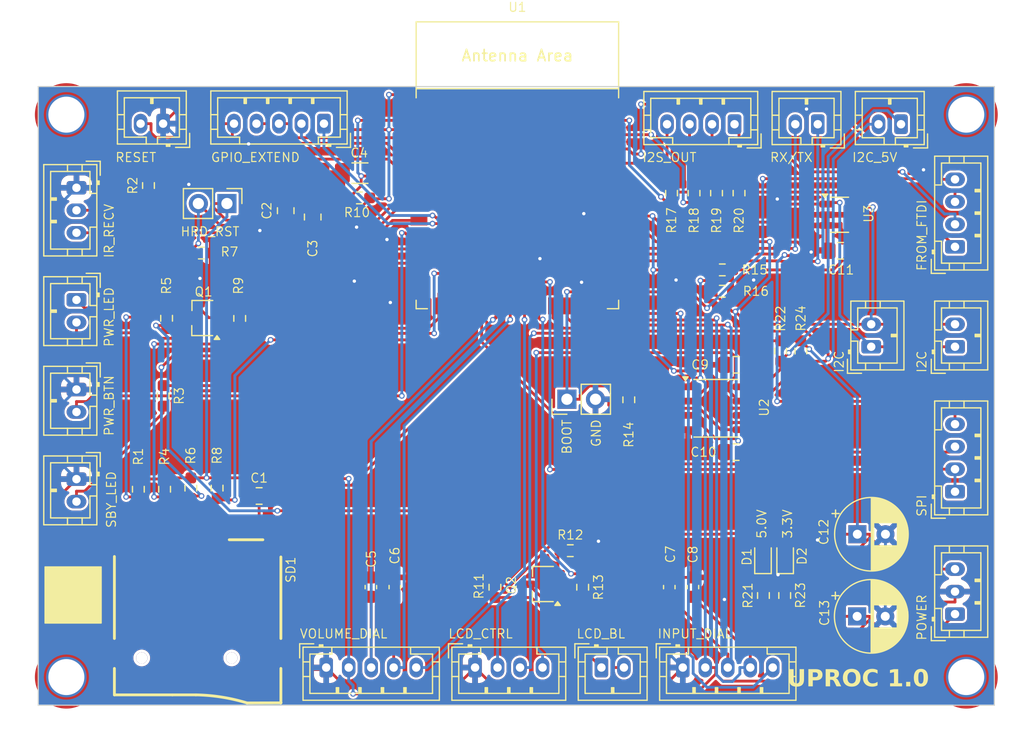
<source format=kicad_pcb>
(kicad_pcb (version 20240108) (generator "pcbnew") (generator_version "8.0")
  (layers (0 "F.Cu" signal) (31 "B.Cu" signal) (34 "B.Paste" user) (35 "F.Paste" user) (36 "B.SilkS" user "B.Silkscreen") (37 "F.SilkS" user "F.Silkscreen") (38 "B.Mask" user) (39 "F.Mask" user) (44 "Edge.Cuts" user))
  (net 0 "")
  (net 1 "GND")
  (net 2 "3V3")
  (net 3 "SCL")
  (net 4 "SDA")
  (net 5 "5V")
  (net 6 "SDA_5V")
  (net 7 "SCL_5V")
  (net 8 "POWER_LED")
  (net 9 "POWER_BUTTON")
  (net 10 "BACKLIGHT")
  (net 11 "TO_BACKLIGHT")
  (net 12 "TO_POWER_LED")
  (net 13 "RX")
  (net 14 "TX")
  (net 15 "ENABLE")
  (net 16 "VOL_CH1")
  (net 17 "VOL_CH2")
  (net 18 "INPUT_CH1")
  (net 19 "INPUT_CH2")
  (net 20 "BOOT")
  (net 21 "FROM_POWER_LED")
  (net 22 "FROM_BACKLIGHT")
  (net 23 "GPIO_INTA")
  (net 24 "GPIO_INTB")
  (net 25 "GPIO_RESET")
  (net 26 "IR_RECV")
  (net 27 "I2S_LRCLK")
  (net 28 "I2S_BCLK")
  (net 29 "I2S_MCLK")
  (net 30 "I2S_DATA")
  (net 31 "SPI_MISO")
  (net 32 "SPI_CLK")
  (net 33 "SPI_CS")
  (net 34 "SPI_MOSI")
  (net 35 "SD_CD")
  (net 36 "HARD_RESET")
  (net 37 "Net-(D1-A)")
  (net 38 "Net-(D2-A)")
  (net 39 "Net-(Q1-B)")
  (net 40 "Net-(Q2-B)")
  (net 43 "SPI_CS2")
  (net 44 "Net-(J4-Pin_2)")
  (net 45 "RX2")
  (net 46 "TX2")
  (net 47 "Net-(U1-GPIO1{slash}TOUCH1{slash}ADC1_CH0)")
  (net 48 "Net-(U1-GPIO2{slash}TOUCH2{slash}ADC1_CH1)")
  (net 49 "Net-(U1-MTMS{slash}GPIO42)")
  (net 50 "Net-(U1-MTDI{slash}GPIO41{slash}CLK_OUT1)")
  (net 51 "DONTUSE4")
  (net 52 "USB_D+")
  (net 53 "USB_D-")
  (net 54 "DONTUSE3")
  (net 55 "INPUT_BUTTON")
  (net 56 "VOL_BUTTON")
  (net 57 "STANDBY_LED")
  (footprint "Connector_JST:JST_PH_B4B-PH-K_1x04_P2.00mm_Vertical" (layer "F.Cu") (at 170.4 99.0167 90)
    (property "Reference" "J19" (hide yes))
    (property "Value" "Conn_01x04_Pin")
  )
  (footprint "Connector_JST:JST_PH_B2B-PH-K_1x02_P2.00mm_Vertical" (layer "F.Cu") (at 92.3 81.9667 -90)
    (property "Reference" "J2" (hide yes))
    (property "Value" "Conn_01x02_Male")
  )
  (footprint "MountingHole:MountingHole_3.2mm_M3_DIN965_Pad_TopOnly" (layer "F.Cu") (at 171.4 115.5)
    (property "Reference" "H4" (hide yes))
    (property "Value" "MountingHole")
  )
  (footprint "Capacitor_THT:CP_Radial_D6.3mm_P2.50mm" (layer "F.Cu") (at 161.7 110.1)
    (property "Reference" "C13")
    (property "Value" "10V 220u")
  )
  (footprint "Package_TO_SOT_SMD:TSOT-23" (layer "F.Cu") (at 103.51 83.6 180)
    (property "Reference" "Q1")
    (property "Value" "BC817")
  )
  (footprint "Capacitor_SMD:C_0603_1608Metric_Pad1.08x0.95mm_HandSolder" (layer "F.Cu") (at 118.4705 107.5 -90)
    (property "Reference" "C5")
    (property "Value" "10N")
  )
  (footprint "MountingHole:MountingHole_3.2mm_M3_DIN965_Pad_TopOnly" (layer "F.Cu") (at 91.4 65.5 90)
    (property "Reference" "H1" (hide yes))
    (property "Value" "MountingHole")
  )
  (footprint "Capacitor_SMD:C_0603_1608Metric_Pad1.08x0.95mm_HandSolder" (layer "F.Cu") (at 145 107.5 -90)
    (property "Reference" "C7")
    (property "Value" "10N")
  )
  (footprint "Resistor_SMD:R_0603_1608Metric_Pad0.98x0.95mm_HandSolder" (layer "F.Cu") (at 149.7125 79.3 180)
    (property "Reference" "R15")
    (property "Value" "4.7K")
  )
  (footprint "MountingHole:MountingHole_3.2mm_M3_DIN965_Pad_TopOnly" (layer "F.Cu") (at 91.4 115.5 90)
    (property "Reference" "H2" (hide yes))
    (property "Value" "MountingHole")
  )
  (footprint "Connector_JST:JST_PH_B2B-PH-K_1x02_P2.00mm_Vertical" (layer "F.Cu") (at 165.6 66.35 180)
    (property "Reference" "J16" (hide yes))
    (property "Value" "Conn_01x02_Male")
  )
  (footprint "Connector_JST:JST_PH_B2B-PH-K_1x02_P2.00mm_Vertical" (layer "F.Cu") (at 92.3 89.9333 -90)
    (property "Reference" "J3" (hide yes))
    (property "Value" "Conn_01x02_Male")
  )
  (footprint "Connector_PinHeader_2.54mm:PinHeader_1x02_P2.54mm_Vertical" (layer "F.Cu") (at 105.675 73.4 -90)
    (property "Reference" "J6" (hide yes))
    (property "Value" "Conn_01x02_Male")
  )
  (footprint "Connector_JST:JST_PH_B5B-PH-K_1x05_P2.00mm_Vertical" (layer "F.Cu") (at 114.3 66.3 180)
    (property "Reference" "J7" (hide yes))
    (property "Value" "Conn_01x05_Pin")
  )
  (footprint "Capacitor_SMD:C_0805_2012Metric_Pad1.18x1.45mm_HandSolder" (layer "F.Cu") (at 113.3 74.6 -90)
    (property "Reference" "C3")
    (property "Value" "0.1U")
  )
  (footprint "Connector_JST:JST_PH_B2B-PH-K_1x02_P2.00mm_Vertical" (layer "F.Cu") (at 100 66.3 180)
    (property "Reference" "J5" (hide yes))
    (property "Value" "Conn_01x02_Male")
  )
  (footprint "PCM_Espressif:ESP32-S3-WROOM-1" (layer "F.Cu") (at 131.495 73)
    (property "Reference" "U1")
    (property "Value" "ESP32-S3-WROOM-1")
  )
  (footprint "Capacitor_SMD:C_0805_2012Metric_Pad1.18x1.45mm_HandSolder" (layer "F.Cu") (at 110.9 74.0375 90)
    (property "Reference" "C2")
    (property "Value" "10N")
  )
  (footprint "Connector_JST:JST_PH_B4B-PH-K_1x04_P2.00mm_Vertical" (layer "F.Cu") (at 170.4 77.25 90)
    (property "Reference" "J17" (hide yes))
    (property "Value" "Conn_01x04_Pin")
  )
  (footprint "Resistor_SMD:R_0603_1608Metric_Pad0.98x0.95mm_HandSolder" (layer "F.Cu") (at 106.81 83.6125 -90)
    (property "Reference" "R9")
    (property "Value" "1K")
  )
  (footprint "Resistor_SMD:R_0603_1608Metric_Pad0.98x0.95mm_HandSolder" (layer "F.Cu") (at 100.31 83.6 -90)
    (property "Reference" "R5")
    (property "Value" "700R")
  )
  (footprint "Package_SO:SOIC-8_3.9x4.9mm_P1.27mm" (layer "F.Cu") (at 149.1375 91.6)
    (property "Reference" "U2")
    (property "Value" "TCA9517DR")
  )
  (footprint "LED_SMD:LED_0603_1608Metric" (layer "F.Cu") (at 153.33 104.8125 90)
    (property "Reference" "D1")
    (property "Value" "RED")
  )
  (footprint "Capacitor_THT:CP_Radial_D6.3mm_P2.50mm" (layer "F.Cu") (at 161.7176 102.8)
    (property "Reference" "C12")
    (property "Value" "10V 220u")
  )
  (footprint "Resistor_SMD:R_0603_1608Metric_Pad0.98x0.95mm_HandSolder" (layer "F.Cu") (at 117.45 72.9)
    (property "Reference" "R10")
    (property "Value" "4.7K")
  )
  (footprint "Resistor_SMD:R_0603_1608Metric" (layer "F.Cu") (at 149.2 72.475 90)
    (property "Reference" "R19")
    (property "Value" "22R")
  )
  (footprint "Capacitor_SMD:C_0805_2012Metric_Pad1.18x1.45mm_HandSolder" (layer "F.Cu") (at 160.225 77.6 180)
    (property "Reference" "C11")
    (property "Value" "100n")
  )
  (footprint "Resistor_SMD:R_0603_1608Metric_Pad0.98x0.95mm_HandSolder" (layer "F.Cu") (at 102.4667 98.7 -90)
    (property "Reference" "R6")
    (property "Value" "50K")
  )
  (footprint "Package_TO_SOT_SMD:SOT-23-6" (layer "F.Cu") (at 160.1375 74.4)
    (property "Reference" "U3")
    (property "Value" "TMP100")
  )
  (footprint "Resistor_SMD:R_0603_1608Metric_Pad0.98x0.95mm_HandSolder" (layer "F.Cu") (at 103.4 77.8)
    (property "Reference" "R7")
    (property "Value" "4.7K")
  )
  (footprint "Resistor_SMD:R_0603_1608Metric_Pad0.98x0.95mm_HandSolder" (layer "F.Cu") (at 136.2 104.2625 180)
    (property "Reference" "R12")
    (property "Value" "4.7K")
  )
  (footprint "Capacitor_SMD:C_1206_3216Metric_Pad1.33x1.80mm_HandSolder" (layer "F.Cu") (at 117.5 70.7 180)
    (property "Reference" "C4")
    (property "Value" "10U")
  )
  (footprint "Resistor_SMD:R_0603_1608Metric_Pad0.98x0.95mm_HandSolder" (layer "F.Cu") (at 149.7125 81.2 180)
    (property "Reference" "R16")
    (property "Value" "4.7K")
  )
  (footprint "Resistor_SMD:R_0603_1608Metric_Pad0.98x0.95mm_HandSolder" (layer "F.Cu") (at 141.4 90.8476 90)
    (property "Reference" "R14")
    (property "Value" "4.7K")
  )
  (footprint "Connector_JST:JST_PH_B5B-PH-K_1x05_P2.00mm_Vertical" (layer "F.Cu") (at 146.2 114.65)
    (property "Reference" "J12" (hide yes))
    (property "Value" "Conn_01x05_Pin")
  )
  (footprint "Resistor_SMD:R_0603_1608Metric" (layer "F.Cu") (at 147.2 72.475 90)
    (property "Reference" "R18")
    (property "Value" "22R")
  )
  (footprint "Resistor_SMD:R_0603_1608Metric_Pad0.98x0.95mm_HandSolder" (layer "F.Cu") (at 104.8 98.7 -90)
    (property "Reference" "R8")
    (property "Value" "50K")
  )
  (footprint "Resistor_SMD:R_0603_1608Metric" (layer "F.Cu") (at 151.2 72.475 90)
    (property "Reference" "R20")
    (property "Value" "22R")
  )
  (footprint "Connector_JST:JST_PH_B2B-PH-K_1x02_P2.00mm_Vertical" (layer "F.Cu") (at 162.95 86.1333 90)
    (property "Reference" "J15" (hide yes))
    (property "Value" "Conn_01x02_Male")
  )
  (footprint "Resistor_SMD:R_0603_1608Metric_Pad0.98x0.95mm_HandSolder" (layer "F.Cu") (at 98.7 71.8 90)
    (property "Reference" "R2")
    (property "Value" "4.7K")
  )
  (footprint "Connector_JST:JST_PH_B4B-PH-K_1x04_P2.00mm_Vertical" (layer "F.Cu") (at 127.7333 114.65)
    (property "Reference" "J9" (hide yes))
    (property "Value" "Conn_01x04_Pin")
  )
  (footprint "Resistor_SMD:R_0603_1608Metric_Pad0.98x0.95mm_HandSolder" (layer "F.Cu") (at 100.1333 98.8 -90)
    (property "Reference" "R4")
    (property "Value" "50K")
  )
  (footprint "Connector_JST:JST_PH_B5B-PH-K_1x05_P2.00mm_Vertical" (layer "F.Cu") (at 114.5 114.65)
    (property "Reference" "J8" (hide yes))
    (property "Value" "Conn_01x05_Pin")
  )
  (footprint "Capacitor_SMD:C_0805_2012Metric_Pad1.18x1.45mm_HandSolder" (layer "F.Cu") (at 150.9375 87.735 180)
    (property "Reference" "C9")
    (property "Value" "0.1U")
  )
  (footprint "Connector_JST:JST_PH_B2B-PH-K_1x02_P2.00mm_Vertical" (layer "F.Cu") (at 138.9667 114.65)
    (property "Reference" "J11" (hide yes))
    (property "Value" "Conn_01x02_Male")
  )
  (footprint "Connector_JST:JST_PH_B2B-PH-K_1x02_P2.00mm_Vertical" (layer "F.Cu") (at 158.2 66.35 180)
    (property "Reference" "J14" (hide yes))
    (property "Value" "Conn_01x02_Male")
  )
  (footprint "Resistor_SMD:R_0603_1608Metric_Pad0.98x0.95mm_HandSolder" (layer "F.Cu") (at 97.8 98.8 90)
    (property "Reference" "R1")
    (property "Value" "50K")
  )
  (footprint "Resistor_SMD:R_0603_1608Metric_Pad0.98x0.95mm_HandSolder" (layer "F.Cu") (at 156.7 86.5125 -90)
    (property "Reference" "R24")
    (property "Value" "4.7K")
  )
  (footprint "Capacitor_SMD:C_0805_2012Metric_Pad1.18x1.45mm_HandSolder" (layer "F.Cu") (at 150.9375 95.5 180)
    (property "Reference" "C10")
    (property "Value" "0.1U")
  )
  (footprint "Package_TO_SOT_SMD:TSOT-23" (layer "F.Cu") (at 133.79 107.2475 180)
    (property "Reference" "Q2")
    (property "Value" "BC817")
  )
  (footprint "Resistor_SMD:R_0603_1608Metric_Pad0.98x0.95mm_HandSolder" (layer "F.Cu") (at 137.3 107.5125 -90)
    (property "Reference" "R13")
    (property "Value" "1K")
  )
  (footprint "Connector_JST:JST_PH_B4B-PH-K_1x04_P2.00mm_Vertical" (layer "F.Cu") (at 150.8 66.35 180)
    (property "Reference" "J13" (hide yes))
    (property "Value" "Conn_01x04_Pin")
  )
  (footprint "Connector_JST:JST_PH_B3B-PH-K_1x03_P2.00mm_Vertical" (layer "F.Cu") (at 170.4 109.9 90)
    (property "Reference" "J20" (hide yes))
    (property "Value" "Conn_01x03_Pin")
  )
  (footprint "Resistor_SMD:R_0603_1608Metric_Pad0.98x0.95mm_HandSolder" (layer "F.Cu") (at 100 90.5 -90)
    (property "Reference" "R3")
    (property "Value" "150R")
  )
  (footprint "Capacitor_SMD:C_0603_1608Metric_Pad1.08x0.95mm_HandSolder" (layer "F.Cu") (at 120.6 107.5 -90)
    (property "Reference" "C6")
    (property "Value" "10N")
  )
  (footprint "Capacitor_SMD:C_0603_1608Metric_Pad1.08x0.95mm_HandSolder" (layer "F.Cu") (at 147.1 107.5 -90)
    (property "Reference" "C8")
    (property "Value" "10N")
  )
  (footprint "Resistor_SMD:R_0603_1608Metric_Pad0.98x0.95mm_HandSolder" (layer "F.Cu") (at 129.5 107.5125 90)
    (property "Reference" "R11")
    (property "Value" "75R")
  )
  (footprint "Connector_PinHeader_2.54mm:PinHeader_1x02_P2.54mm_Vertical" (layer "F.Cu") (at 135.9 90.8 90)
    (property "Reference" "J10" (hide yes))
    (property "Value" "Conn_01x02_Male")
  )
  (footprint "Resistor_SMD:R_0603_1608Metric_Pad0.98x0.95mm_HandSolder" (layer "F.Cu") (at 155.26 108.2475 90)
    (property "Reference" "R23")
    (property "Value" "150R")
  )
  (footprint "LED_SMD:LED_0603_1608Metric" (layer "F.Cu") (at 155.3 104.8125 90)
    (property "Reference" "D2")
    (property "Value" "BLUE")
  )
  (footprint "easyeda2kicad:TF-SMD_TF-115-BCP9" (layer "F.Cu") (at 103.05 108.1)
    (property "Reference" "SD1")
    (property "Value" "TF-115-BCP9")
  )
  (footprint "Resistor_SMD:R_0603_1608Metric_Pad0.98x0.95mm_HandSolder" (layer "F.Cu") (at 153.37 108.2475 90)
    (property "Reference" "R21")
    (property "Value" "1000R")
  )
  (footprint "Resistor_SMD:R_0603_1608Metric_Pad0.98x0.95mm_HandSolder" (layer "F.Cu") (at 154.9 86.5125 -90)
    (property "Reference" "R22")
    (property "Value" "4.7K")
  )
  (footprint "MountingHole:MountingHole_3.2mm_M3_DIN965_Pad_TopOnly" (layer "F.Cu") (at 171.4 65.5 90)
    (property "Reference" "H3" (hide yes))
    (property "Value" "MountingHole")
  )
  (footprint "Capacitor_SMD:C_0805_2012Metric_Pad1.18x1.45mm_HandSolder" (layer "F.Cu") (at 108.5375 99.4 180)
    (property "Reference" "C1")
    (property "Value" "10N")
  )
  (footprint "Connector_JST:JST_PH_B2B-PH-K_1x02_P2.00mm_Vertical" (layer "F.Cu") (at 170.4 86.1333 90)
    (property "Reference" "J18" (hide yes))
    (property "Value" "Conn_01x02_Male")
  )
  (footprint "Resistor_SMD:R_0603_1608Metric" (layer "F.Cu") (at 145.2 72.475 90)
    (property "Reference" "R17")
    (property "Value" "22R")
  )
  (footprint "Connector_JST:JST_PH_B3B-PH-K_1x03_P2.00mm_Vertical" (layer "F.Cu") (at 92.3 72 -90)
    (property "Reference" "J1" (hide yes))
    (property "Value" "Conn_01x03_Pin")
  )
  (footprint "Connector_JST:JST_PH_B2B-PH-K_1x02_P2.00mm_Vertical" (layer "F.Cu") (at 92.3 97.9 -90)
    (property "Reference" "J4" (hide yes))
    (property "Value" "Conn_01x02_Male")
  )
  (gr_rect (start 89.5 105.7) (end 94.5 110.7) (stroke (width 0.1)) (fill solid) (layer "F.SilkS"))
  (gr_line (start 88.9 118) (end 88.9 63) (stroke (width 0.1)) (layer "Edge.Cuts"))
  (gr_line (start 173.9 63) (end 173.9 118) (stroke (width 0.1)) (layer "Edge.Cuts"))
  (gr_line (start 173.9 118) (end 88.9 118) (stroke (width 0.1)) (layer "Edge.Cuts"))
  (gr_line (start 88.9 63) (end 173.9 63) (stroke (width 0.1)) (layer "Edge.Cuts"))
  (gr_text "GND\n" (at 138.5 95.099981 90) (layer "F.SilkS") (effects (font (size 0.8 0.8) (thickness 0.1)) (justify left)))
  (gr_text "RESET" (at 95.7 69.3 0) (layer "F.SilkS") (effects (font (size 0.8 0.8) (thickness 0.1)) (justify left)))
  (gr_text "INPUT_DIAL" (at 143.9 111.65 0) (layer "F.SilkS") (effects (font (size 0.8 0.8) (thickness 0.1)) (justify left)))
  (gr_text "5.0V" (at 153.22 103.2475 90) (layer "F.SilkS") (effects (font (size 0.8 0.8) (thickness 0.1)) (justify left)))
  (gr_text "I2C" (at 167.45 88.5 90) (layer "F.SilkS") (effects (font (size 0.8 0.8) (thickness 0.1)) (justify left)))
  (gr_text "LCD_CTRL\n" (at 125.3 111.65 0) (layer "F.SilkS") (effects (font (size 0.8 0.8) (thickness 0.1)) (justify left)))
  (gr_text "POWER" (at 167.45 112.3 90) (layer "F.SilkS") (effects (font (size 0.8 0.8) (thickness 0.1)) (justify left)))
  (gr_text "IR_RECV" (at 95.2 78.3 90) (layer "F.SilkS") (effects (font (size 0.8 0.8) (thickness 0.1)) (justify left)))
  (gr_text "VOLUME_DIAL" (at 112.1 111.65 0) (layer "F.SilkS") (effects (font (size 0.8 0.8) (thickness 0.1)) (justify left)))
  (gr_text "UPROC 1.0" (at 168.1 115.7 0) (layer "F.SilkS") (effects (font (size 1.5 1.5) (thickness 0.1) (bold yes)) (justify right)))
  (gr_text "LCD_BL\n" (at 136.7 111.65 0) (layer "F.SilkS") (effects (font (size 0.8 0.8) (thickness 0.1)) (justify left)))
  (gr_text "BOOT" (at 135.9 95.7476 90) (layer "F.SilkS") (effects (font (size 0.8 0.8) (thickness 0.1)) (justify left)))
  (gr_text "I2C_5V" (at 161.2 69.3 0) (layer "F.SilkS") (effects (font (size 0.8 0.8) (thickness 0.1)) (justify left)))
  (gr_text "PWR_LED" (at 95.2 86.2 90) (layer "F.SilkS") (effects (font (size 0.8 0.8) (thickness 0.1)) (justify left)))
  (gr_text "SPI" (at 167.45 101.3 90) (layer "F.SilkS") (effects (font (size 0.8 0.8) (thickness 0.1)) (justify left)))
  (gr_text "SBY_LED" (at 95.4 102.3 90) (layer "F.SilkS") (effects (font (size 0.8 0.8) (thickness 0.1)) (justify left)))
  (gr_text "GPIO_EXTEND" (at 104.2 69.3 0) (layer "F.SilkS") (effects (font (size 0.8 0.8) (thickness 0.1)) (justify left)))
  (gr_text "HRD_RST" (at 101.5 75.9 0) (layer "F.SilkS") (effects (font (size 0.8 0.8) (thickness 0.1)) (justify left)))
  (gr_text "RX/TX" (at 153.9 69.3 0) (layer "F.SilkS") (effects (font (size 0.8 0.8) (thickness 0.1)) (justify left)))
  (gr_text "3.3V" (at 155.51 103.2475 90) (layer "F.SilkS") (effects (font (size 0.8 0.8) (thickness 0.1)) (justify left)))
  (gr_text "I2S_OUT" (at 142.55 69.3 0) (layer "F.SilkS") (effects (font (size 0.8 0.8) (thickness 0.1)) (justify left)))
  (gr_text "FROM_FTDI" (at 167.45 79.450018 90) (layer "F.SilkS") (effects (font (size 0.8 0.8) (thickness 0.1)) (justify left)))
  (gr_text "PWR_BTN" (at 95.2 94.116 90) (layer "F.SilkS") (effects (font (size 0.8 0.8) (thickness 0.1)) (justify left)))
  (gr_text "I2C" (at 160.1 88.5 90) (layer "F.SilkS") (effects (font (size 0.8 0.8) (thickness 0.1)) (justify left)))
  (segment (start 170.4 107.9) (end 170.4 108.8267) (width 0.25) (layer "F.Cu") (net 1))
  (segment (start 95.3 103.8) (end 95.4267 103.9267) (width 0.25) (layer "F.Cu") (net 1))
  (segment (start 129.995 72.46) (end 128.595 72.46) (width 0.25) (layer "F.Cu") (net 1))
  (segment (start 95.3 111.9733) (end 110.8 111.9733) (width 0.25) (layer "F.Cu") (net 1))
  (segment (start 165.4733 108.8267) (end 164.2 110.1) (width 0.25) (layer "F.Cu") (net 1))
  (segment (start 109.575 99.4) (end 109.575 102.3983) (width 0.25) (layer "F.Cu") (net 1))
  (segment (start 135.2875 104.2625) (end 135.1 104.45) (width 0.25) (layer "F.Cu") (net 1))
  (segment (start 109.9 103.8) (end 109.9 103.9252) (width 0.25) (layer "F.Cu") (net 1))
  (segment (start 114.3233 114.8267) (end 114.5 114.65) (width 0.25) (layer "F.Cu") (net 1))
  (segment (start 120.6 106.6375) (end 118.4705 106.6375) (width 0.25) (layer "F.Cu") (net 1))
  (segment (start 132.1717 71.06) (end 132.1717 64.74) (width 0.25) (layer "F.Cu") (net 1))
  (segment (start 104.3125 80.0568) (end 103.278 80.0568) (width 0.25) (layer "F.Cu") (net 1))
  (segment (start 92.3 97.9) (end 91.0827 99.1173) (width 0.25) (layer "F.Cu") (net 1))
  (segment (start 99.8 103.9252) (end 99.8 103.9267) (width 0.25) (layer "F.Cu") (net 1))
  (segment (start 130.695 71.06) (end 129.995 71.06) (width 0.25) (layer "F.Cu") (net 1))
  (segment (start 102.286 71.6997) (end 102.286 71.7716) (width 0.25) (layer "F.Cu") (net 1))
  (segment (start 116.7097 104.8767) (end 118.4705 106.6375) (width 0.25) (layer "F.Cu") (net 1))
  (segment (start 121.4813 64.553) (end 101.747 64.553) (width 0.25) (layer "F.Cu") (net 1))
  (segment (start 136.127 103.423) (end 138.7032 103.423) (width 0.25) (layer "F.Cu") (net 1))
  (segment (start 122.745 64.74) (end 121.6683 64.74) (width 0.25) (layer "F.Cu") (net 1))
  (segment (start 110.9 73) (end 109.6716 71.7716) (width 0.25) (layer "F.Cu") (net 1))
  (segment (start 99.8 103.9252) (end 100.2532 104.3784) (width 0.25) (layer "F.Cu") (net 1))
  (segment (start 95.3 113.4) (end 95.3 111.9733) (width 0.25) (layer "F.Cu") (net 1))
  (segment (start 149.8434 87.6784) (end 144.9657 87.6784) (width 0.25) (layer "F.Cu") (net 1))
  (segment (start 109.4468 104.3784) (end 109.9 103.9252) (width 0.25) (layer "F.Cu") (net 1))
  (segment (start 159 75.35) (end 159 74.4) (width 0.25) (layer "F.Cu") (net 1))
  (segment (start 113.2 70.7) (end 110.9 73) (width 0.25) (layer "F.Cu") (net 1))
  (segment (start 99.8 103.8133) (end 99.8 103.9252) (width 0.25) (layer "F.Cu") (net 1))
  (segment (start 92.3 72) (end 97.9875 72) (width 0.25) (layer "F.Cu") (net 1))
  (segment (start 149.9 95.5) (end 148.6575 95.5) (width 0.25) (layer "F.Cu") (net 1))
  (segment (start 110.8 114.8267) (end 114.3233 114.8267) (width 0.25) (layer "F.Cu") (net 1))
  (segment (start 110.8 113.4) (end 110.8 114.8267) (width 0.25) (layer "F.Cu") (net 1))
  (segment (start 99.8 102.8) (end 99.8 103.8133) (width 0.25) (layer "F.Cu") (net 1))
  (segment (start 144.9536 115.8964) (end 144.9146 115.8574) (width 0.25) (layer "F.Cu") (net 1))
  (segment (start 155.3 105.7609) (end 155.3 105.6) (width 0.25) (layer "F.Cu") (net 1))
  (segment (start 157.613 77.7145) (end 157.915 77.4125) (width 0.25) (layer "F.Cu") (net 1))
  (segment (start 129.3373 115.8574) (end 129.139 116.0557) (width 0.25) (layer "F.Cu") (net 1))
  (segment (start 146.2 114.65) (end 144.9536 115.8964) (width 0.25) (layer "F.Cu") (net 1))
  (segment (start 104.82 82.65) (end 104.82 80.5643) (width 0.25) (layer "F.Cu") (net 1))
  (segment (start 115.7185 115.8685) (end 126.5148 115.8685) (width 0.25) (layer "F.Cu") (net 1))
  (segment (start 129.995 73.86) (end 128.595 73.86) (width 0.25) (layer "F.Cu") (net 1))
  (segment (start 130.695 73.86) (end 129.995 73.86) (width 0.25) (layer "F.Cu") (net 1))
  (segment (start 100.2532 104.3784) (end 109.4468 104.3784) (width 0.25) (layer "F.Cu") (net 1))
  (segment (start 147.1 106.6375) (end 145 106.6375) (width 0.25) (layer "F.Cu") (net 1))
  (segment (start 115.9375 70.7) (end 113.2 70.7) (width 0.25) (layer "F.Cu") (net 1))
  (segment (start 104.82 80.5643) (end 104.3125 80.0568) (width 0.25) (layer "F.Cu") (net 1))
  (segment (start 130.695 73.86) (end 130.695 72.46) (width 0.25) (layer "F.Cu") (net 1))
  (segment (start 147.1 106.6375) (end 148.1375 105.6) (width 0.25) (layer "F.Cu") (net 1))
  (segment (start 147.1 103.423) (end 150.0448 103.423) (width 0.25) (layer "F.Cu") (net 1))
  (segment (start 158.1153 103.2502) (end 158.1776 103.3125) (width 0.25) (layer "F.Cu") (net 1))
  (segment (start 130.695 72.46) (end 130.695 71.06) (width 0.25) (layer "F.Cu") (net 1))
  (segment (start 110.9 73) (end 112.7375 73) (width 0.25) (layer "F.Cu") (net 1))
  (segment (start 139.6167 91.3148) (end 139.6167 90.8) (width 0.25) (layer "F.Cu") (net 1))
  (segment (start 131.395 71.06) (end 130.695 71.06) (width 0.25) (layer "F.Cu") (net 1))
  (segment (start 101.747 64.553) (end 100 66.3) (width 0.25) (layer "F.Cu") (net 1))
  (segment (start 138.44 90.8) (end 139.6167 90.8) (width 0.25) (layer "F.Cu") (net 1))
  (segment (start 109.9 104.8767) (end 116.7097 104.8767) (width 0.25) (layer "F.Cu") (net 1))
  (segment (start 129.995 71.06) (end 128.595 71.06) (width 0.25) (layer "F.Cu") (net 1))
  (segment (start 148.6575 95.5) (end 146.6625 93.505) (width 0.25) (layer "F.Cu") (net 1))
  (segment (start 131.395 71.06) (end 132.1717 71.06) (width 0.25) (layer "F.Cu") (net 1))
  (segment (start 131.395 73.86) (end 130.695 73.86) (width 0.25) (layer "F.Cu") (net 1))
  (segment (start 157.915 77.4125) (end 159 77.4125) (width 0.25) (layer "F.Cu") (net 1))
  (segment (start 132.1717 64.74) (end 122.745 64.74) (width 0.25) (layer "F.Cu") (net 1))
  (segment (start 112.7375 73) (end 113.3 73.5625) (width 0.25) (layer "F.Cu") (net 1))
  (segment (start 114.5 114.65) (end 115.7185 115.8685) (width 0.25) (layer "F.Cu") (net 1))
  (segment (start 109.6716 71.7716) (end 102.286 71.7716) (width 0.25) (layer "F.Cu") (net 1))
  (segment (start 144.9657 87.6784) (end 141.8441 90.8) (width 0.25) (layer "F.Cu") (net 1))
  (segment (start 159.1875 77.6) (end 159 77.4125) (width 0.25) (layer "F.Cu") (net 1))
  (segment (start 109.9 103.8) (end 109.9 102.7233) (width 0.25) (layer "F.Cu") (net 1))
  (segment (start 130.695 72.46) (end 129.995 72.46) (width 0.25) (layer "F.Cu") (net 1))
  (segment (start 116.1358 106.6375) (end 110.8 111.9733) (width 0.25) (layer "F.Cu") (net 1))
  (segment (start 118.4705 106.6375) (end 116.1358 106.6375) (width 0.25) (layer "F.Cu") (net 1))
  (segment (start 121.6683 64.74) (end 121.4813 64.553) (width 0.25) (layer "F.Cu") (net 1))
  (segment (start 150.0448 103.423) (end 150.2176 103.2502) (width 0.25) (layer "F.Cu") (net 1))
  (segment (start 135.2875 104.2625) (end 136.127 103.423) (width 0.25) (layer "F.Cu") (net 1))
  (segment (start 131.395 72.46) (end 130.695 72.46) (width 0.25) (layer "F.Cu") (net 1))
  (segment (start 170.4 108.8267) (end 165.4733 108.8267) (width 0.25) (layer "F.Cu") (net 1))
  (segment (start 146.6625 93.505) (end 141.8069 93.505) (width 0.25) (layer "F.Cu") (net 1))
  (segment (start 140.245 64.74) (end 132.1717 64.74) (width 0.25) (layer "F.Cu") (net 1))
  (segment (start 109.575 102.3983) (end 109.9 102.7233) (width 0.25) (layer "F.Cu") (net 1))
  (segment (start 104.3125 77.8) (end 104.3125 80.0568) (width 0.25) (layer "F.Cu") (net 1))
  (segment (start 95.3 103.8) (end 94.3733 103.8) (width 0.25) (layer "F.Cu") (net 1))
  (segment (start 95.4267 103.9267) (end 99.8 103.9267) (width 0.25) (layer "F.Cu") (net 1))
  (segment (start 159 74.4) (end 161.275 74.4) (width 0.25) (layer "F.Cu") (net 1))
  (segment (start 129.139 116.0557) (end 127.7333 114.65) (width 0.25) (layer "F.Cu") (net 1))
  (segment (start 141.8069 93.505) (end 139.6167 91.3148) (width 0.25) (layer "F.Cu") (net 1))
  (segment (start 159 77.4125) (end 159 75.35) (width 0.25) (layer "F.Cu") (net 1))
  (segment (start 102.286 71.7716) (end 99.6409 71.7716) (width 0.25) (layer "F.Cu") (net 1))
  (segment (start 126.5148 115.8685) (end 127.7333 114.65) (width 0.25) (layer "F.Cu") (net 1))
  (segment (start 141.8441 90.8) (end 139.6167 90.8) (width 0.25) (layer "F.Cu") (net 1))
  (segment (start 148.1375 105.6) (end 153.33 105.6) (width 0.25) (layer "F.Cu") (net 1))
  (segment (start 97.9875 72) (end 98.7 72.7125) (width 0.25) (layer "F.Cu") (net 1))
  (segment (start 138.7032 103.423) (end 147.1 103.423) (width 0.25) (layer "F.Cu") (net 1))
  (segment (start 144.9146 115.8574) (end 129.3373 115.8574) (width 0.25) (layer "F.Cu") (net 1))
  (segment (start 135.1 104.45) (end 135.1 106.2975) (width 0.25) (layer "F.Cu") (net 1))
  (segment (start 91.0827 99.1173) (end 91.0827 100.5094) (width 0.25) (layer "F.Cu") (net 1))
  (segment (start 150.2176 103.2502) (end 158.1153 103.2502) (width 0.25) (layer "F.Cu") (net 1))
  (segment (start 149.9 87.735) (end 149.8434 87.6784) (width 0.25) (layer "F.Cu") (net 1))
  (segment (start 154.6661 106.3948) (end 155.3 105.7609) (width 0.25) (layer "F.Cu") (net 1))
  (segment (start 147.1 103.423) (end 147.1 106.6375) (width 0.25) (layer "F.Cu") (net 1))
  (segment (start 109.9 103.9252) (end 109.9 104.8767) (width 0.25) (layer "F.Cu") (net 1))
  (segment (start 91.0827 100.5094) (end 94.3733 103.8) (width 0.25) (layer "F.Cu") (net 1))
  (segment (start 99.6409 71.7716) (end 98.7 72.7125) (width 0.25) (layer "F.Cu") (net 1))
  (segment (start 110.8 113.4) (end 110.8 111.9733) (width 0.25) (layer "F.Cu") (net 1))
  (via (at 133.5 78.3) (size 0.5) (drill 0.3) (layers "F.Cu" "B.Cu") (net 1))
  (via (at 102.286 71.6997) (size 0.5) (drill 0.3) (layers "F.Cu" "B.Cu") (net 1))
  (via (at 154.6661 106.3948) (size 0.5) (drill 0.3) (layers "F.Cu" "B.Cu") (net 1))
  (via (at 157.613 77.7145) (size 0.5) (drill 0.3) (layers "F.Cu" "B.Cu") (net 1))
  (via (at 154.6 73) (size 0.5) (drill 0.3) (layers "F.Cu" "B.Cu") (net 1))
  (via (at 137.4 74.3) (size 0.5) (drill 0.3) (layers "F.Cu" "B.Cu") (net 1))
  (via (at 138.7032 103.423) (size 0.5) (drill 0.3) (layers "F.Cu" "B.Cu") (net 1))
  (via (at 145.6 80.2) (size 0.5) (drill 0.3) (layers "F.Cu" "B.Cu") (net 1))
  (via (at 119.9 76.6) (size 0.5) (drill 0.3) (layers "F.Cu" "B.Cu") (net 1))
  (via (at 117 80.3) (size 0.5) (drill 0.3) (layers "F.Cu" "B.Cu") (net 1))
  (via (at 108.6 75.8) (size 0.5) (drill 0.3) (layers "F.Cu" "B.Cu") (net 1))
  (via (at 103.278 80.0568) (size 0.5) (drill 0.3) (layers "F.Cu" "B.Cu") (net 1))
  (via (at 117.2 75.5) (size 0.5) (drill 0.3) (layers "F.Cu" "B.Cu") (net 1))
  (via (at 149.9 108.6) (size 0.5) (drill 0.3) (layers "F.Cu" "B.Cu") (net 1))
  (via (at 157.2 65) (size 0.5) (drill 0.3) (layers "F.Cu" "B.Cu") (net 1))
  (via (at 158.1776 103.3125) (size 0.5) (drill 0.3) (layers "F.Cu" "B.Cu") (net 1))
  (via (at 137.2 80.4) (size 0.5) (drill 0.3) (layers "F.Cu" "B.Cu") (net 1))
  (via (at 167.6 70.4) (size 0.5) (drill 0.3) (layers "F.Cu" "B.Cu") (net 1))
  (via (at 120.2 82.2) (size 0.5) (drill 0.3) (layers "F.Cu" "B.Cu") (net 1))
  (via (at 107.6 68.1) (size 0.5) (drill 0.3) (layers "F.Cu" "B.Cu") (net 1))
  (via (at 152.5 80.2) (size 0.5) (drill 0.3) (layers "F.Cu" "B.Cu") (net 1))
  (segment (start 155.0372 87.0589) (end 155.0372 80.2903) (width 0.25) (layer "B.Cu") (net 1))
  (segment (start 91.0983 91.135) (end 92.3 89.9333) (width 0.25) (layer "B.Cu") (net 1))
  (segment (start 160.4347 103.9304) (end 164.2 103.9304) (width 0.25) (layer "B.Cu") (net 1))
  (segment (start 158.9972 102.4929) (end 160.4347 103.9304) (width 0.25) (layer "B.Cu") (net 1))
  (segment (start 138.44 90.8) (end 138.44 91.9767) (width 0.25) (layer "B.Cu") (net 1))
  (segment (start 158.7826 102.2783) (end 154.6661 106.3948) (width 0.25) (layer "B.Cu") (net 1))
  (segment (start 92.3 97.9) (end 91.0983 96.6983) (width 0.25) (layer "B.Cu") (net 1))
  (segment (start 158.7826 102.2783) (end 158.7826 90.8043) (width 0.25) (layer "B.Cu") (net 1))
  (segment (start 138.7032 103.423) (end 138.7032 107.1532) (width 0.25) (layer "B.Cu") (net 1))
  (segment (start 158.7826 90.8043) (end 155.0372 87.0589) (width 0.25) (layer "B.Cu") (net 1))
  (segment (start 164.2176 102.8) (end 164.2176 103.9128) (width 0.25) (layer "B.Cu") (net 1))
  (segment (start 158.1776 103.3125) (end 158.9972 102.4929) (width 0.25) (layer "B.Cu") (net 1))
  (segment (start 164.2176 103.9128) (end 164.2 103.9304) (width 0.25) (layer "B.Cu") (net 1))
  (segment (start 101.9357 78.7145) (end 103.278 80.0568) (width 0.25) (layer "B.Cu") (net 1))
  (segment (start 155.0372 80.2903) (end 157.613 77.7145) (width 0.25) (layer "B.Cu") (net 1))
  (segment (start 138.44 103.1598) (end 138.7032 103.423) (width 0.25) (layer "B.Cu") (net 1))
  (segment (start 100 66.3) (end 102.286 68.586) (width 0.25) (layer "B.Cu") (net 1))
  (segment (start 102.286 71.6997) (end 101.9357 72.05) (width 0.25) (layer "B.Cu") (net 1))
  (segment (start 101.9357 72.05) (end 101.9357 78.7145) (width 0.25) (layer "B.Cu") (net 1))
  (segment (start 92.3 72) (end 91.0954 73.2046) (width 0.25) (layer "B.Cu") (net 1))
  (segment (start 158.9972 102.4929) (end 158.7826 102.2783) (width 0.25) (layer "B.Cu") (net 1))
  (segment (start 138.7032 107.1532) (end 146.2 114.65) (width 0.25) (layer "B.Cu") (net 1))
  (segment (start 91.0954 88.7287) (end 92.3 89.9333) (width 0.25) (layer "B.Cu") (net 1))
  (segment (start 91.0983 96.6983) (end 91.0983 91.135) (width 0.25) (layer "B.Cu") (net 1))
  (segment (start 102.286 68.586) (end 102.286 71.6997) (width 0.25) (layer "B.Cu") (net 1))
  (segment (start 138.44 91.9767) (end 138.44 103.1598) (width 0.25) (layer "B.Cu") (net 1))
  (segment (start 164.2 103.9304) (end 164.2 110.1) (width 0.25) (layer "B.Cu") (net 1))
  (segment (start 91.0954 73.2046) (end 91.0954 88.7287) (width 0.25) (layer "B.Cu") (net 1))
  (segment (start 92.3 74) (end 93.5017 74) (width 0.25) (layer "F.Cu") (net 2))
  (segment (start 116.5375 72.9) (end 114.8375 74.6) (width 0.25) (layer "F.Cu") (net 2))
  (segment (start 147.6853 91.6077) (end 145.3172 91.6077) (width 0.25) (layer "F.Cu") (net 2))
  (segment (start 102.4667 97.7875) (end 100.2333 97.7875) (width 0.25) (layer "F.Cu") (net 2))
  (segment (start 104.4983 73.0991) (end 103.6225 72.2233) (width 0.25) (layer "F.Cu") (net 2))
  (segment (start 110.8985 74.8819) (end 105.6124 74.8819) (width 0.25) (layer "F.Cu") (net 2))
  (segment (start 102 100.8182) (end 102 102.8) (width 0.25) (layer "F.Cu") (net 2))
  (segment (start 163.6716 111.2267) (end 162.8267 110.3818) (width 0.25) (layer "F.Cu") (net 2))
  (segment (start 104.4983 73.7678) (end 104.4983 73.4) (width 0.25) (layer "F.Cu") (net 2))
  (segment (start 104.4983 73.4) (end 104.4983 73.0991) (width 0.25) (layer "F.Cu") (net 2))
  (segment (start 151.975 95.5) (end 151.975 94.775) (width 0.25) (layer "F.Cu") (net 2))
  (segment (start 102.6475 72.2233) (end 100.8708 74) (width 0.25) (layer "F.Cu") (net 2))
  (segment (start 105.675 73.4) (end 104.4983 73.4) (width 0.25) (layer "F.Cu") (net 2))
  (segment (start 101.4833 100.3015) (end 102 100.8182) (width 0.25) (layer "F.Cu") (net 2))
  (segment (start 100.2333 97.7875) (end 100.1333 97.8875) (width 0.25) (layer "F.Cu") (net 2))
  (segment (start 141.4 91.7601) (end 145.1648 91.7601) (width 0.25) (layer "F.Cu") (net 2))
  (segment (start 117.6095 70.9588) (end 118.8037 70.9588) (width 0.25) (layer "F.Cu") (net 2))
  (segment (start 117.6095 71.828) (end 117.6095 70.9588) (width 0.25) (layer "F.Cu") (net 2))
  (segment (start 145.3172 90.6255) (end 146.2477 89.695) (width 0.25) (layer "F.Cu") (net 2))
  (segment (start 100.8708 74) (end 93.5017 74) (width 0.25) (layer "F.Cu") (net 2))
  (segment (start 147.3642 116.9917) (end 149.1267 115.2292) (width 0.25) (layer "F.Cu") (net 2))
  (segment (start 145.3172 91.6077) (end 145.3172 90.6255) (width 0.25) (layer "F.Cu") (net 2))
  (segment (start 111.1834 74.6) (end 110.9 74.8834) (width 0.25) (layer "F.Cu") (net 2))
  (segment (start 159.5625 79.3) (end 150.625 79.3) (width 0.25) (layer "F.Cu") (net 2))
  (segment (start 161.275 75.35) (end 161.2625 75.3625) (width 0.25) (layer "F.Cu") (net 2))
  (segment (start 151.975 94.775) (end 151.912499 94.712499) (width 0.25) (layer "F.Cu") (net 2))
  (segment (start 149.5826 93.505) (end 147.6853 91.6077) (width 0.25) (layer "F.Cu") (net 2))
  (segment (start 101.4833 99.2375) (end 101.4833 100.3015) (width 0.25) (layer "F.Cu") (net 2))
  (segment (start 107.428 97.7875) (end 107.5 97.8595) (width 0.25) (layer "F.Cu") (net 2))
  (segment (start 104.8 97.7875) (end 107.428 97.7875) (width 0.25) (layer "F.Cu") (net 2))
  (segment (start 145.1648 91.7601) (end 145.3172 91.6077) (width 0.25) (layer "F.Cu") (net 2))
  (segment (start 104.8 97.7875) (end 103.865 97.7875) (width 0.25) (layer "F.Cu") (net 2))
  (segment (start 155.26 109.16) (end 156.2 110.1) (width 0.25) (layer "F.Cu") (net 2))
  (segment (start 103.865 97.7875) (end 102.4667 97.7875) (width 0.25) (layer "F.Cu") (net 2))
  (segment (start 162.8267 110.3818) (end 162.8267 110.1) (width 0.25) (layer "F.Cu") (net 2))
  (segment (start 162.8267 110.3818) (end 157.351 115.8575) (width 0.25) (layer "F.Cu") (net 2))
  (segment (start 114.8375 74.6) (end 111.1834 74.6) (width 0.25) (layer "F.Cu") (net 2))
  (segment (start 122.745 66.01) (end 117.3063 66.01) (width 0.25) (layer "F.Cu") (net 2))
  (segment (start 169.0733 111.2267) (end 163.6716 111.2267) (width 0.25) (layer "F.Cu") (net 2))
  (segment (start 150.625 81.2) (end 150.625 80.25) (width 0.25) (layer "F.Cu") (net 2))
  (segment (start 161.7 110.1) (end 162.8267 110.1) (width 0.25) (layer "F.Cu") (net 2))
  (segment (start 107.5 97.8595) (end 116.5 97.8595) (width 0.25) (layer "F.Cu") (net 2))
  (segment (start 161.2625 77.6) (end 159.5625 79.3) (width 0.25) (layer "F.Cu") (net 2))
  (segment (start 146.2477 89.695) (end 146.6625 89.695) (width 0.25) (layer "F.Cu") (net 2))
  (segment (start 157.351 115.8575) (end 149.755 115.8575) (width 0.25) (layer "F.Cu") (net 2))
  (segment (start 151.912499 94.712499) (end 151.912499 93.804999) (width 0.25) (layer "F.Cu") (net 2))
  (segment (start 116.891 116.9917) (end 147.3642 116.9917) (width 0.25) (layer "F.Cu") (net 2))
  (segment (start 151.912499 93.804999) (end 151.6125 93.505) (width 0.25) (layer "F.Cu") (net 2))
  (segment (start 150.625 80.25) (end 147.7674 80.25) (width 0.25) (layer "F.Cu") (net 2))
  (segment (start 118.8037 70.9588) (end 119.0625 70.7) (width 0.25) (layer "F.Cu") (net 2))
  (segment (start 147.4404 88.9171) (end 147.7674 88.9171) (width 0.25) (layer "F.Cu") (net 2))
  (segment (start 156.2 110.1) (end 161.7 110.1) (width 0.25) (layer "F.Cu") (net 2))
  (segment (start 149.1267 115.2292) (end 149.1267 114.65) (width 0.25) (layer "F.Cu") (net 2))
  (segment (start 103.6225 72.2233) (end 102.6475 72.2233) (width 0.25) (layer "F.Cu") (net 2))
  (segment (start 148.2 114.65) (end 149.1267 114.65) (width 0.25) (layer "F.Cu") (net 2))
  (segment (start 161.2625 75.3625) (end 161.2625 77.6) (width 0.25) (layer "F.Cu") (net 2))
  (segment (start 97.8 97.8875) (end 100.1333 97.8875) (width 0.25) (layer "F.Cu") (net 2))
  (segment (start 100.1333 97.8875) (end 101.4833 99.2375) (width 0.25) (layer "F.Cu") (net 2))
  (segment (start 170.4 109.9) (end 169.0733 111.2267) (width 0.25) (layer "F.Cu") (net 2))
  (segment (start 149.755 115.8575) (end 149.1267 115.2292) (width 0.25) (layer "F.Cu") (net 2))
  (segment (start 105.6124 74.8819) (end 104.4983 73.7678) (width 0.25) (layer "F.Cu") (net 2))
  (segment (start 150.625 80.25) (end 150.625 79.3) (width 0.25) (layer "F.Cu") (net 2))
  (segment (start 110.9 74.8834) (end 110.9 75.075) (width 0.25) (layer "F.Cu") (net 2))
  (segment (start 151.6125 93.505) (end 149.5826 93.505) (width 0.25) (layer "F.Cu") (net 2))
  (segment (start 110.9 74.8834) (end 110.8985 74.8819) (width 0.25) (layer "F.Cu") (net 2))
  (segment (start 146.6625 89.695) (end 147.4404 88.9171) (width 0.25) (layer "F.Cu") (net 2))
  (segment (start 116.5375 72.9) (end 117.6095 71.828) (width 0.25) (layer "F.Cu") (net 2))
  (segment (start 107.5 99.4) (end 107.5 97.8595) (width 0.25) (layer "F.Cu") (net 2))
  (via (at 116.5 97.8595) (size 0.5) (drill 0.3) (layers "F.Cu" "B.Cu") (net 2))
  (via (at 117.3063 66.01) (size 0.5) (drill 0.3) (layers "F.Cu" "B.Cu") (net 2))
  (via (at 117.6095 70.9588) (size 0.5) (drill 0.3) (layers "F.Cu" "B.Cu") (net 2))
  (via (at 147.7674 88.9171) (size 0.5) (drill 0.3) (layers "F.Cu" "B.Cu") (net 2))
  (via (at 147.7674 80.25) (size 0.5) (drill 0.3) (layers "F.Cu" "B.Cu") (net 2))
  (via (at 116.891 116.9917) (size 0.5) (drill 0.3) (layers "F.Cu" "B.Cu") (net 2))
  (via (at 103.865 97.7875) (size 0.5) (drill 0.3) (layers "F.Cu" "B.Cu") (net 2))
  (segment (start 117.6095 70.9588) (end 117.3063 70.6556) (width 0.25) (layer "B.Cu") (net 2))
  (segment (start 105.675 74.5767) (end 103.865 76.3867) (width 0.25) (layer "B.Cu") (net 2))
  (segment (start 116.5 114.65) (end 116.5 115.8517) (width 0.25) (layer "B.Cu") (net 2))
  (segment (start 103.865 76.3867) (end 103.865 97.7875) (width 0.25) (layer "B.Cu") (net 2))
  (segment (start 148.2 114.65) (end 148.2 89.3497) (width 0.25) (layer "B.Cu") (net 2))
  (segment (start 147.7674 80.25) (end 147.7674 88.9171) (width 0.25) (layer "B.Cu") (net 2))
  (segment (start 116.5 114.65) (end 116.5 97.8595) (width 0.25) (layer "B.Cu") (net 2))
  (segment (start 148.2 89.3497) (end 147.7674 88.9171) (width 0.25) (layer "B.Cu") (net 2))
  (segment (start 116.5 115.8517) (end 116.891 116.2427) (width 0.25) (layer "B.Cu") (net 2))
  (segment (start 105.675 73.4) (end 105.675 74.5767) (width 0.25) (layer "B.Cu") (net 2))
  (segment (start 117.3063 70.6556) (end 117.3063 66.01) (width 0.25) (layer "B.Cu") (net 2))
  (segment (start 116.891 116.2427) (end 116.891 116.9917) (width 0.25) (layer "B.Cu") (net 2))
  (segment (start 146.6625 90.965) (end 147.0939 90.965) (width 0.25) (layer "F.Cu") (net 3))
  (segment (start 153.9325 75.055) (end 144.0527 75.055) (width 0.25) (layer "F.Cu") (net 3))
  (segment (start 133.4951 73.63) (end 132.4516 74.6735) (width 0.25) (layer "F.Cu") (net 3))
  (segment (start 132.4516 74.6735) (end 124.287 74.6735) (width 0.25) (layer "F.Cu") (net 3))
  (segment (start 144.0527 75.055) (end 143.5093 74.5116) (width 0.25) (layer "F.Cu") (net 3))
  (segment (start 124.0779 74.4644) (end 123.9498 74.4644) (width 0.25) (layer "F.Cu") (net 3))
  (segment (start 140.245 73.63) (end 141.3217 73.63) (width 0.25) (layer "F.Cu") (net 3))
  (segment (start 147.0939 90.965) (end 148.3963 89.6626) (width 0.25) (layer "F.Cu") (net 3))
  (segment (start 124.287 74.6735) (end 124.0779 74.4644) (width 0.25) (layer "F.Cu") (net 3))
  (segment (start 170.4 86.1333) (end 162.95 86.1333) (width 0.25) (layer "F.Cu") (net 3))
  (segment (start 148.3963 89.6626) (end 148.3963 88.6604) (width 0.25) (layer "F.Cu") (net 3))
  (segment (start 142.2033 74.5116) (end 141.3217 73.63) (width 0.25) (layer "F.Cu") (net 3))
  (segment (start 143.5093 74.5116) (end 142.2033 74.5116) (width 0.25) (layer "F.Cu") (net 3))
  (segment (start 140.245 73.63) (end 133.4951 73.63) (width 0.25) (layer "F.Cu") (net 3))
  (segment (start 159 73.45) (end 155.5375 73.45) (width 0.25) (layer "F.Cu") (net 3))
  (segment (start 159.1331 73.3169) (end 160.153 73.3169) (width 0.25) (layer "F.Cu") (net 3))
  (segment (start 155.5375 73.45) (end 153.9325 75.055) (width 0.25) (layer "F.Cu") (net 3))
  (segment (start 148.3963 88.6604) (end 148.0169 88.281) (width 0.25) (layer "F.Cu") (net 3))
  (segment (start 148.0169 88.281) (end 145.4043 88.281) (width 0.25) (layer "F.Cu") (net 3))
  (segment (start 159 73.45) (end 159.1331 73.3169) (width 0.25) (layer "F.Cu") (net 3))
  (segment (start 148.8 79.3) (end 143.5718 79.3) (width 0.25) (layer "F.Cu") (net 3))
  (via (at 145.4043 88.281) (size 0.5) (drill 0.3) (layers "F.Cu" "B.Cu") (net 3))
  (via (at 143.5093 74.5116) (size 0.5) (drill 0.3) (layers "F.Cu" "B.Cu") (net 3))
  (via (at 143.5718 79.3) (size 0.5) (drill 0.3) (layers "F.Cu" "B.Cu") (net 3))
  (via (at 160.153 73.3169) (size 0.5) (drill 0.3) (layers "F.Cu" "B.Cu") (net 3))
  (via (at 123.9498 74.4644) (size 0.5) (drill 0.3) (layers "F.Cu" "B.Cu") (net 3))
  (segment (start 114.3 68.4652) (end 120.2992 74.4644) (width 0.25) (layer "B.Cu") (net 3))
  (segment (start 143.5718 79.3) (end 143.5718 74.5741) (width 0.25) (layer "B.Cu") (net 3))
  (segment (start 120.2992 74.4644) (end 123.9498 74.4644) (width 0.25) (layer "B.Cu") (net 3))
  (segment (start 143.5718 86.4485) (end 145.4043 88.281) (width 0.25) (layer "B.Cu") (net 3))
  (segment (start 143.5718 74.5741) (end 143.5093 74.5116) (width 0.25) (layer "B.Cu") (net 3))
  (segment (start 160.153 83.3363) (end 160.153 73.3169) (width 0.25) (layer "B.Cu") (net 3))
  (segment (start 114.3 66.3) (end 114.3 68.4652) (width 0.25) (layer "B.Cu") (net 3))
  (segment (start 162.95 86.1333) (end 160.153 83.3363) (width 0.25) (layer "B.Cu") (net 3))
  (segment (start 143.5718 79.3) (end 143.5718 86.4485) (width 0.25) (layer "B.Cu") (net 3))
  (segment (start 150.9371 94.3062) (end 151.125 94.4941) (width 0.25) (layer "F.Cu") (net 4))
  (segment (start 147.9625 92.560001) (end 147.9625 93.1549) (width 0.25) (layer "F.Cu") (net 4))
  (segment (start 143.8142 76.7921) (end 153.9234 76.7921) (width 0.25) (layer "F.Cu") (net 4))
  (segment (start 141.9221 74.9) (end 143.8142 76.7921) (width 0.25) (layer "F.Cu") (net 4))
  (segment (start 163.1007 73.7172) (end 161.5422 73.7172) (width 0.25) (layer "F.Cu") (net 4))
  (segment (start 152.0028 84.1333) (end 150.8747 83.0052) (width 0.25) (layer "F.Cu") (net 4))
  (segment (start 139.1683 74.9) (end 138.8833 75.185) (width 0.25) (layer "F.Cu") (net 4))
  (segment (start 161.5422 73.7172) (end 161.275 73.45) (width 0.25) (layer "F.Cu") (net 4))
  (segment (start 140.245 74.9) (end 141.9221 74.9) (width 0.25) (layer "F.Cu") (net 4))
  (segment (start 150.6052 83.0052) (end 148.8 81.2) (width 0.25) (layer "F.Cu") (net 4))
  (segment (start 150.8747 83.0052) (end 150.6052 83.0052) (width 0.25) (layer "F.Cu") (net 4))
  (segment (start 149.1138 94.3062) (end 150.9371 94.3062) (width 0.25) (layer "F.Cu") (net 4))
  (segment (start 147.637499 92.235) (end 147.9625 92.560001) (width 0.25) (layer "F.Cu") (net 4))
  (segment (start 162.95 84.1333) (end 152.0028 84.1333) (width 0.25) (layer "F.Cu") (net 4))
  (segment (start 138.8833 75.185) (end 123.9493 75.185) (width 0.25) (layer "F.Cu") (net 4))
  (segment (start 146.6625 92.235) (end 147.637499 92.235) (width 0.25) (layer "F.Cu") (net 4))
  (segment (start 170.4 84.1333) (end 162.95 84.1333) (width 0.25) (layer "F.Cu") (net 4))
  (segment (start 147.9625 93.1549) (end 149.1138 94.3062) (width 0.25) (layer "F.Cu") (net 4))
  (segment (start 140.245 74.9) (end 139.1683 74.9) (width 0.25) (layer "F.Cu") (net 4))
  (via (at 123.9493 75.185) (size 0.5) (drill 0.3) (layers "F.Cu" "B.Cu") (net 4))
  (via (at 151.125 94.4941) (size 0.5) (drill 0.3) (layers "F.Cu" "B.Cu") (net 4))
  (via (at 153.9234 76.7921) (size 0.5) (drill 0.3) (layers "F.Cu" "B.Cu") (net 4))
  (via (at 163.1007 73.7172) (size 0.5) (drill 0.3) (layers "F.Cu" "B.Cu") (net 4))
  (via (at 150.8747 83.0052) (size 0.5) (drill 0.3) (layers "F.Cu" "B.Cu") (net 4))
  (segment (start 150.8747 84.198804) (end 150.95 84.274104) (width 0.25) (layer "B.Cu") (net 4))
  (segment (start 112.3 67.5017) (end 119.9833 75.185) (width 0.25) (layer "B.Cu") (net 4))
  (segment (start 162.95 84.1333) (end 162.95 83.2066) (width 0.25) (layer "B.Cu") (net 4))
  (segment (start 162.95 83.2066) (end 163.1007 83.0559) (width 0.25) (layer "B.Cu") (net 4))
  (segment (start 112.3 66.3) (end 112.3 67.5017) (width 0.25) (layer "B.Cu") (net 4))
  (segment (start 153.9234 79.9565) (end 153.9234 76.7921) (width 0.25) (layer "B.Cu") (net 4))
  (segment (start 163.1007 83.0559) (end 163.1007 73.7172) (width 0.25) (layer "B.Cu") (net 4))
  (segment (start 150.95 94.3191) (end 151.125 94.4941) (width 0.25) (layer "B.Cu") (net 4))
  (segment (start 150.95 84.274104) (end 150.95 94.3191) (width 0.25) (layer "B.Cu") (net 4))
  (segment (start 119.9833 75.185) (end 123.9493 75.185) (width 0.25) (layer "B.Cu") (net 4))
  (segment (start 150.8747 83.0052) (end 153.9234 79.9565) (width 0.25) (layer "B.Cu") (net 4))
  (segment (start 150.8747 83.0052) (end 150.8747 84.198804) (width 0.25) (layer "B.Cu") (net 4))
  (segment (start 129.8675 106.6) (end 130.7427 107.4751) (width 0.25) (layer "F.Cu") (net 5))
  (segment (start 123.9806 100.7131) (end 110.16 100.7131) (width 0.25) (layer "F.Cu") (net 5))
  (segment (start 130.7427 107.4751) (end 123.9806 100.7131) (width 0.25) (layer "F.Cu") (net 5))
  (segment (start 154.9 85.6) (end 156.7 85.6) (width 0.25) (layer "F.Cu") (net 5))
  (segment (start 156.7 85.6) (end 157.4431 86.3431) (width 0.25) (layer "F.Cu") (net 5))
  (segment (start 160.5909 102.8) (end 158.4807 102.8) (width 0.25) (layer "F.Cu") (net 5))
  (segment (start 162.8443 103.0817) (end 162.8443 102.8) (width 0.25) (layer "F.Cu") (net 5))
  (segment (start 149.8042 102.8) (end 135.4178 102.8) (width 0.25) (layer "F.Cu") (net 5))
  (segment (start 129.5 106.6) (end 129.8675 106.6) (width 0.25) (layer "F.Cu") (net 5))
  (segment (start 165.6626 105.9) (end 162.8443 103.0817) (width 0.25) (layer "F.Cu") (net 5))
  (segment (start 100.31 84.5125) (end 100.0404 84.2429) (width 0.25) (layer "F.Cu") (net 5))
  (segment (start 151.975 87.735) (end 154.11 85.6) (width 0.25) (layer "F.Cu") (net 5))
  (segment (start 161.7176 102.8) (end 160.5909 102.8) (width 0.25) (layer "F.Cu") (net 5))
  (segment (start 158.4165 102.7358) (end 149.8684 102.7358) (width 0.25) (layer "F.Cu") (net 5))
  (segment (start 135.4178 102.8) (end 130.7427 107.4751) (width 0.25) (layer "F.Cu") (net 5))
  (segment (start 170.4 105.9) (end 165.6626 105.9) (width 0.25) (layer "F.Cu") (net 5))
  (segment (start 162.281 102.8) (end 162.8443 102.8) (width 0.25) (layer "F.Cu") (net 5))
  (segment (start 154.11 85.6) (end 154.9 85.6) (width 0.25) (layer "F.Cu") (net 5))
  (segment (start 151.975 87.735) (end 151.6125 88.0975) (width 0.25) (layer "F.Cu") (net 5))
  (segment (start 130.7427 107.4751) (end 131.0851 107.8176) (width 0.25) (layer "F.Cu") (net 5))
  (segment (start 158.4807 102.8) (end 158.4165 102.7358) (width 0.25) (layer "F.Cu") (net 5))
  (segment (start 149.8684 102.7358) (end 149.8042 102.8) (width 0.25) (layer "F.Cu") (net 5))
  (segment (start 157.6785 108.2475) (end 154.2825 108.2475) (width 0.25) (layer "F.Cu") (net 5))
  (segment (start 151.6125 88.0975) (end 151.6125 89.695) (width 0.25) (layer "F.Cu") (net 5))
  (segment (start 154.2825 108.2475) (end 153.37 109.16) (width 0.25) (layer "F.Cu") (net 5))
  (segment (start 162.281 102.8) (end 161.7176 102.8) (width 0.25) (layer "F.Cu") (net 5))
  (segment (start 162.8443 103.0817) (end 157.6785 108.2475) (width 0.25) (layer "F.Cu") (net 5))
  (segment (start 100.0404 84.2429) (end 99.3648 84.2429) (width 0.25) (layer "F.Cu") (net 5))
  (via (at 157.4431 86.3431) (size 0.5) (drill 0.3) (layers "F.Cu" "B.Cu") (net 5))
  (via (at 99.3648 84.2429) (size 0.5) (drill 0.3) (layers "F.Cu" "B.Cu") (net 5))
  (via (at 110.16 100.7131) (size 0.5) (drill 0.3) (layers "F.Cu" "B.Cu") (net 5))
  (via (at 131.0851 107.8176) (size 0.5) (drill 0.3) (layers "F.Cu" "B.Cu") (net 5))
  (segment (start 161.7176 90.6176) (end 157.4431 86.3431) (width 0.25) (layer "B.Cu") (net 5))
  (segment (start 105.9213 100.713) (end 100.436 95.2277) (width 0.25) (layer "B.Cu") (net 5))
  (segment (start 110.16 100.713) (end 105.9213 100.713) (width 0.25) (layer "B.Cu") (net 5))
  (segment (start 110.16 100.7131) (end 110.16 100.713) (width 0.25) (layer "B.Cu") (net 5))
  (segment (start 129.7333 109.1694) (end 131.0851 107.8176) (width 0.25) (layer "B.Cu") (net 5))
  (segment (start 100.436 85.3141) (end 99.3648 84.2429) (width 0.25) (layer "B.Cu") (net 5))
  (segment (start 129.7333 114.65) (end 129.7333 109.1694) (width 0.25) (layer "B.Cu") (net 5))
  (segment (start 100.436 95.2277) (end 100.436 85.3141) (width 0.25) (layer "B.Cu") (net 5))
  (segment (start 161.7176 102.8) (end 161.7176 90.6176) (width 0.25) (layer "B.Cu") (net 5))
  (segment (start 152.0218 92.235) (end 151.6125 92.235) (width 0.25) (layer "F.Cu") (net 6))
  (segment (start 156.7 87.425) (end 158.8869 87.425) (width 0.25) (layer "F.Cu") (net 6))
  (segment (start 140.9483 84.7375) (end 140.754 84.9318) (width 0.25) (layer "F.Cu") (net 6))
  (segment (start 140.754 84.9318) (end 132.9556 84.9318) (width 0.25) (layer "F.Cu") (net 6))
  (segment (start 159.1245 87.1874) (end 159.1245 86.7359) (width 0.25) (layer "F.Cu") (net 6))
  (segment (start 157.1261 84.7375) (end 140.9483 84.7375) (width 0.25) (layer "F.Cu") (net 6))
  (segment (start 158.8869 87.425) (end 159.1245 87.1874) (width 0.25) (layer "F.Cu") (net 6))
  (segment (start 156.7 87.5568) (end 152.0218 92.235) (width 0.25) (layer "F.Cu") (net 6))
  (segment (start 159.1245 86.7359) (end 157.1261 84.7375) (width 0.25) (layer "F.Cu") (net 6))
  (segment (start 156.7 87.425) (end 156.7 87.5568) (width 0.25) (layer "F.Cu") (net 6))
  (via (at 132.9556 84.9318) (size 0.5) (drill 0.3) (layers "F.Cu" "B.Cu") (net 6))
  (via (at 159.1245 87.1874) (size 0.5) (drill 0.3) (layers "F.Cu" "B.Cu") (net 6))
  (segment (start 159.1245 87.1874) (end 159.5762 86.7357) (width 0.25) (layer "B.Cu") (net 6))
  (segment (start 132.5972 85.2902) (end 132.5972 107.2399) (width 0.25) (layer "B.Cu") (net 6))
  (segment (start 132.66 107.3027) (end 132.66 114.65) (width 0.25) (layer "B.Cu") (net 6))
  (segment (start 159.5762 69.4471) (end 162.6733 66.35) (width 0.25) (layer "B.Cu") (net 6))
  (segment (start 163.6 66.35) (end 162.6733 66.35) (width 0.25) (layer "B.Cu") (net 6))
  (segment (start 132.5972 107.2399) (end 132.66 107.3027) (width 0.25) (layer "B.Cu") (net 6))
  (segment (start 131.7333 114.65) (end 132.66 114.65) (width 0.25) (layer "B.Cu") (net 6))
  (segment (start 159.5762 86.7357) (end 159.5762 69.4471) (width 0.25) (layer "B.Cu") (net 6))
  (segment (start 132.9556 84.9318) (end 132.5972 85.2902) (width 0.25) (layer "B.Cu") (net 6))
  (segment (start 150.2586 90.0243) (end 150.2586 89.3918) (width 0.25) (layer "F.Cu") (net 7))
  (segment (start 150.8566 88.7938) (end 150.8566 87.0136) (width 0.25) (layer "F.Cu") (net 7))
  (segment (start 150.2586 89.3918) (end 150.8566 88.7938) (width 0.25) (layer "F.Cu") (net 7))
  (segment (start 150.8566 87.0136) (end 150.4998 86.6568) (width 0.25) (layer "F.Cu") (net 7))
  (segment (start 154.9 87.425) (end 154.9 88.1265) (width 0.25) (layer "F.Cu") (net 7))
  (segment (start 152.0615 90.965) (end 151.6125 90.965) (width 0.25) (layer "F.Cu") (net 7))
  (segment (start 154.9 87.3942) (end 154.9 87.425) (width 0.25) (layer "F.Cu") (net 7))
  (segment (start 155.6227 86.6715) (end 154.9 87.3942) (width 0.25) (layer "F.Cu") (net 7))
  (segment (start 151.6125 90.965) (end 151.1993 90.965) (width 0.25) (layer "F.Cu") (net 7))
  (segment (start 150.4998 86.6568) (end 133.1739 86.6568) (width 0.25) (layer "F.Cu") (net 7))
  (segment (start 151.1993 90.965) (end 150.2586 90.0243) (width 0.25) (layer "F.Cu") (net 7))
  (segment (start 154.9 88.1265) (end 152.0615 90.965) (width 0.25) (layer "F.Cu") (net 7))
  (via (at 155.6227 86.6715) (size 0.5) (drill 0.3) (layers "F.Cu" "B.Cu") (net 7))
  (via (at 133.1739 86.6568) (size 0.5) (drill 0.3) (layers "F.Cu" "B.Cu") (net 7))
  (segment (start 159.1245 69.2155) (end 159.1245 83.1697) (width 0.25) (layer "B.Cu") (net 7))
  (segment (start 133.7333 114.65) (end 133.7333 113.4483) (width 0.25) (layer "B.Cu") (net 7))
  (segment (start 165.6 66.35) (end 164.3958 65.1458) (width 0.25) (layer "B.Cu") (net 7))
  (segment (start 133.1739 112.8889) (end 133.1739 86.6568) (width 0.25) (layer "B.Cu") (net 7))
  (segment (start 159.1245 83.1697) (end 155.6227 86.6715) (width 0.25) (layer "B.Cu") (net 7))
  (segment (start 163.1942 65.1458) (end 159.1245 69.2155) (width 0.25) (layer "B.Cu") (net 7))
  (segment (start 133.7333 113.4483) (end 133.1739 112.8889) (width 0.25) (layer "B.Cu") (net 7))
  (segment (start 164.3958 65.1458) (end 163.1942 65.1458) (width 0.25) (layer "B.Cu") (net 7))
  (segment (start 112.6159 82.6841) (end 120.4 74.9) (width 0.25) (layer "F.Cu") (net 8))
  (segment (start 120.4 74.9) (end 122.745 74.9) (width 0.25) (layer "F.Cu") (net 8))
  (segment (start 106.8259 82.6841) (end 112.6159 82.6841) (width 0.25) (layer "F.Cu") (net 8))
  (segment (start 106.81 82.7) (end 106.8259 82.6841) (width 0.25) (layer "F.Cu") (net 8))
  (segment (start 121.5058 76.0075) (end 121.2205 76.0075) (width 0.25) (layer "F.Cu") (net 9))
  (segment (start 92.3 91.0066) (end 93.2267 91.0066) (width 0.25) (layer "F.Cu") (net 9))
  (segment (start 93.7333 90.5) (end 121.2205 90.5) (width 0.25) (layer "F.Cu") (net 9))
  (segment (start 122.745 76.17) (end 121.6683 76.17) (width 0.25) (layer "F.Cu") (net 9))
  (segment (start 92.3 91.9333) (end 92.3 91.0066) (width 0.25) (layer "F.Cu") (net 9))
  (segment (start 93.2267 91.0066) (end 93.7333 90.5) (width 0.25) (layer "F.Cu") (net 9))
  (segment (start 121.6683 76.17) (end 121.5058 76.0075) (width 0.25) (layer "F.Cu") (net 9))
  (via (at 121.2205 90.5) (size 0.5) (drill 0.3) (layers "F.Cu" "B.Cu") (net 9))
  (via (at 121.2205 76.0075) (size 0.5) (drill 0.3) (layers "F.Cu" "B.Cu") (net 9))
  (segment (start 121.2205 76.0075) (end 121.2205 90.5) (width 0.25) (layer "B.Cu") (net 9))
  (segment (start 137.1125 106.3137) (end 137.1125 104.2625) (width 0.25) (layer "F.Cu") (net 10))
  (segment (start 133.4 82.5) (end 133.4 83.5767) (width 0.25) (layer "F.Cu") (net 10))
  (segment (start 137.1125 106.4125) (end 137.1125 106.3137) (width 0.25) (layer "F.Cu") (net 10))
  (segment (start 137.3 106.6) (end 137.1125 106.4125) (width 0.25) (layer "F.Cu") (net 10))
  (segment (start 133.5288 83.7055) (end 133.7506 83.7055) (width 0.25) (layer "F.Cu") (net 10))
  (segment (start 136.2674 106.3137) (end 137.1125 106.3137) (width 0.25) (layer "F.Cu") (net 10))
  (segment (start 133.4 83.5767) (end 133.5288 83.7055) (width 0.25) (layer "F.Cu") (net 10))
  (via (at 133.7506 83.7055) (size 0.5) (drill 0.3) (layers "F.Cu" "B.Cu") (net 10))
  (via (at 136.2674 106.3137) (size 0.5) (drill 0.3) (layers "F.Cu" "B.Cu") (net 10))
  (segment (start 133.7506 103.7969) (end 133.7506 83.7055) (width 0.25) (layer "B.Cu") (net 10))
  (segment (start 136.2674 106.3137) (end 133.7506 103.7969) (width 0.25) (layer "B.Cu") (net 10))
  (segment (start 138.9667 114.65) (end 132.7417 108.425) (width 0.25) (layer "F.Cu") (net 11))
  (segment (start 132.7417 108.425) (end 129.5 108.425) (width 0.25) (layer "F.Cu") (net 11))
  (segment (start 93.0208 82.6875) (end 92.3 81.9667) (width 0.25) (layer "F.Cu") (net 12))
  (segment (start 100.31 82.6875) (end 93.0208 82.6875) (width 0.25) (layer "F.Cu") (net 12))
  (segment (start 170.4 77.25) (end 165.5348 72.3848) (width 0.25) (layer "F.Cu") (net 13))
  (segment (start 144.6991 72.3848) (end 142.1343 69.82) (width 0.25) (layer "F.Cu") (net 13))
  (segment (start 142.1343 69.82) (end 140.245 69.82) (width 0.25) (layer "F.Cu") (net 13))
  (segment (start 165.5348 72.3848) (end 144.6991 72.3848) (width 0.25) (layer "F.Cu") (net 13))
  (segment (start 150.9329 64.572) (end 156.9445 70.5836) (width 0.25) (layer "F.Cu") (net 14))
  (segment (start 140.245 68.55) (end 141.3217 68.55) (width 0.25) (layer "F.Cu") (net 14))
  (segment (start 156.9445 70.5836) (end 165.7336 70.5836) (width 0.25) (layer "F.Cu") (net 14))
  (segment (start 141.3217 68.55) (end 141.7732 69.0015) (width 0.25) (layer "F.Cu") (net 14))
  (segment (start 141.7732 69.0015) (end 142.485 69.0015) (width 0.25) (layer "F.Cu") (net 14))
  (segment (start 142.485 64.572) (end 150.9329 64.572) (width 0.25) (layer "F.Cu") (net 14))
  (via (at 142.485 69.0015) (size 0.5) (drill 0.3) (layers "F.Cu" "B.Cu") (net 14))
  (via (at 165.7336 70.5836) (size 0.5) (drill 0.3) (layers "F.Cu" "B.Cu") (net 14))
  (via (at 142.485 64.572) (size 0.5) (drill 0.3) (layers "F.Cu" "B.Cu") (net 14))
  (segment (start 142.485 69.0015) (end 142.485 64.572) (width 0.25) (layer "B.Cu") (net 14))
  (segment (start 170.4 74.3233) (end 169.4733 74.3233) (width 0.25) (layer "B.Cu") (net 14))
  (segment (start 170.4 75.25) (end 170.4 74.3233) (width 0.25) (layer "B.Cu") (net 14))
  (segment (start 169.4733 74.3233) (end 165.7336 70.5836) (width 0.25) (layer "B.Cu") (net 14))
  (segment (start 118.3625 72.9732) (end 120.0761 72.9732) (width 0.25) (layer "F.Cu") (net 15))
  (segment (start 171.6482 71.6543) (end 171.6482 70.8899) (width 0.25) (layer "F.Cu") (net 15))
  (segment (start 98 66.3) (end 98.9267 66.3) (width 0.25) (layer "F.Cu") (net 15))
  (segment (start 171.6482 70.8899) (end 170.4778 69.7195) (width 0.25) (layer "F.Cu") (net 15))
  (segment (start 116.8677 66.8317) (end 120.0761 66.8317) (width 0.25) (layer "F.Cu") (net 15))
  (segment (start 105.3243 65.0776) (end 115.1136 65.0776) (width 0.25) (layer "F.Cu") (net 15))
  (segment (start 164.5593 69.7195) (end 158.5588 63.719) (width 0.25) (layer "F.Cu") (net 15))
  (segment (start 98.9267 67.1109) (end 99.3316 67.5158) (width 0.25) (layer "F.Cu") (net 15))
  (segment (start 170.4778 69.7195) (end 164.5593 69.7195) (width 0.25) (layer "F.Cu") (net 15))
  (segment (start 121.22 66.8317) (end 121.6683 67.28) (width 0.25) (layer "F.Cu") (net 15))
  (segment (start 98.9267 66.3) (end 98.9267 67.1109) (width 0.25) (layer "F.Cu") (net 15))
  (segment (start 118.3625 72.9732) (end 118.3604 72.9732) (width 0.25) (layer "F.Cu") (net 15))
  (segment (start 99.3316 67.5158) (end 102.8861 67.5158) (width 0.25) (layer "F.Cu") (net 15))
  (segment (start 170.4 72.3233) (end 170.9792 72.3233) (width 0.25) (layer "F.Cu") (net 15))
  (segment (start 170.9792 72.3233) (end 171.6482 71.6543) (width 0.25) (layer "F.Cu") (net 15))
  (segment (start 170.4 73.25) (end 170.4 72.3233) (width 0.25) (layer "F.Cu") (net 15))
  (segment (start 115.6961 75.6375) (end 113.3 75.6375) (width 0.25) (layer "F.Cu") (net 15))
  (segment (start 158.5588 63.719) (end 120.0761 63.719) (width 0.25) (layer "F.Cu") (net 15))
  (segment (start 115.1136 65.0776) (end 116.8677 66.8317) (width 0.25) (layer "F.Cu") (net 15))
  (segment (start 118.3604 72.9732) (end 115.6961 75.6375) (width 0.25) (layer "F.Cu") (net 15))
  (segment (start 120.0761 66.8317) (end 121.22 66.8317) (width 0.25) (layer "F.Cu") (net 15))
  (segment (start 122.745 67.28) (end 121.6683 67.28) (width 0.25) (layer "F.Cu") (net 15))
  (segment (start 118.3625 72.9) (end 118.3625 72.9732) (width 0.25) (layer "F.Cu") (net 15))
  (segment (start 102.8861 67.5158) (end 105.3243 65.0776) (width 0.25) (layer "F.Cu") (net 15))
  (via (at 120.0761 63.719) (size 0.5) (drill 0.3) (layers "F.Cu" "B.Cu") (net 15))
  (via (at 120.0761 72.9732) (size 0.5) (drill 0.3) (layers "F.Cu" "B.Cu") (net 15))
  (via (at 120.0761 66.8317) (size 0.5) (drill 0.3) (layers "F.Cu" "B.Cu") (net 15))
  (segment (start 120.0761 66.8317) (end 120.0761 72.9732) (width 0.25) (layer "B.Cu") (net 15))
  (segment (start 120.0761 66.8317) (end 120.0761 63.719) (width 0.25) (layer "B.Cu") (net 15))
  (segment (start 129.4734 83.5767) (end 129.59 83.5767) (width 0.25) (layer "F.Cu") (net 16))
  (segment (start 118.5 108.392) (end 118.4705 108.3625) (width 0.25) (layer "F.Cu") (net 16))
  (segment (start 129.3141 83.736) (end 129.4734 83.5767) (width 0.25) (layer "F.Cu") (net 16))
  (segment (start 118.5 114.65) (end 118.5 108.392) (width 0.25) (layer "F.Cu") (net 16))
  (segment (start 129.59 82.5) (end 129.59 83.5767) (width 0.25) (layer "F.Cu") (net 16))
  (via (at 129.3141 83.736) (size 0.5) (drill 0.3) (layers "F.Cu" "B.Cu") (net 16))
  (segment (start 118.5 114.65) (end 118.5 94.5501) (width 0.25) (layer "B.Cu") (net 16))
  (segment (start 118.5 94.5501) (end 129.3141 83.736) (width 0.25) (layer "B.Cu") (net 16))
  (segment (start 120.5 108.4625) (end 120.6 108.3625) (width 0.25) (layer "F.Cu") (net 17))
  (segment (start 120.5 114.65) (end 120.5 108.4625) (width 0.25) (layer "F.Cu") (net 17))
  (segment (start 130.86 83.7219) (end 130.86 82.5) (width 0.25) (layer "F.Cu") (net 17))
  (via (at 130.86 83.7219) (size 0.5) (drill 0.3) (layers "F.Cu" "B.Cu") (net 17))
  (segment (start 121.4267 114.65) (end 121.4267 93.1552) (width 0.25) (layer "B.Cu") (net 17))
  (segment (start 120.5 114.65) (end 121.4267 114.65) (width 0.25) (layer "B.Cu") (net 17))
  (segment (start 121.4267 93.1552) (end 130.86 83.7219) (width 0.25) (layer "B.Cu") (net 17))
  (segment (start 140.5669 84.4801) (end 140.8424 84.2046) (width 0.25) (layer "F.Cu") (net 18))
  (segment (start 134.67 82.5) (end 134.67 83.5767) (width 0.25) (layer "F.Cu") (net 18))
  (segment (start 135.5734 84.4801) (end 140.5669 84.4801) (width 0.25) (layer "F.Cu") (net 18))
  (segment (start 134.67 83.5767) (end 135.5734 84.4801) (width 0.25) (layer "F.Cu") (net 18))
  (segment (start 150.2 113.4483) (end 150.0858 113.4483) (width 0.25) (layer "F.Cu") (net 18))
  (segment (start 150.0858 113.4483) (end 145 108.3625) (width 0.25) (layer "F.Cu") (net 18))
  (segment (start 150.2 114.65) (end 150.2 113.4483) (width 0.25) (layer "F.Cu") (net 18))
  (segment (start 140.8424 84.2046) (end 150.1559 84.2046) (width 0.25) (layer "F.Cu") (net 18))
  (segment (start 150.1559 84.2046) (end 150.2 84.1605) (width 0.25) (layer "F.Cu") (net 18))
  (via (at 150.2 84.1605) (size 0.5) (drill 0.3) (layers "F.Cu" "B.Cu") (net 18))
  (segment (start 150.2 114.65) (end 150.5 114.35) (width 0.25) (layer "B.Cu") (net 18))
  (segment (start 150.5 114.35) (end 150.5 84.4605) (width 0.25) (layer "B.Cu") (net 18))
  (segment (start 150.5 84.4605) (end 150.2 84.1605) (width 0.25) (layer "B.Cu") (net 18))
  (segment (start 152.2 113.4483) (end 152.1858 113.4483) (width 0.25) (layer "F.Cu") (net 19))
  (segment (start 152.2 114.65) (end 152.2 113.4483) (width 0.25) (layer "F.Cu") (net 19))
  (segment (start 135.94 82.5) (end 135.94 83.5767) (width 0.25) (layer "F.Cu") (net 19))
  (segment (start 140.3797 84.0284) (end 140.6552 83.7529) (width 0.25) (layer "F.Cu") (net 19))
  (segment (start 140.6552 83.7529) (end 149.0486 83.7529) (width 0.25) (layer "F.Cu") (net 19))
  (segment (start 135.94 83.5767) (end 136.3917 84.0284) (width 0.25) (layer "F.Cu") (net 19))
  (segment (start 152.1858 113.4483) (end 147.1 108.3625) (width 0.25) (layer "F.Cu") (net 19))
  (segment (start 149.0486 83.7529) (end 149.2055 83.596) (width 0.25) (layer "F.Cu") (net 19))
  (segment (start 136.3917 84.0284) (end 140.3797 84.0284) (width 0.25) (layer "F.Cu") (net 19))
  (via (at 149.2055 83.596) (size 0.5) (drill 0.3) (layers "F.Cu" "B.Cu") (net 19))
  (segment (start 151.2733 115.2292) (end 150.6111 115.8914) (width 0.25) (layer "B.Cu") (net 19))
  (segment (start 151.2733 114.65) (end 151.2733 115.2292) (width 0.25) (layer "B.Cu") (net 19))
  (segment (start 149.2055 115.3108) (end 149.2055 83.596) (width 0.25) (layer "B.Cu") (net 19))
  (segment (start 149.7861 115.8914) (end 149.2055 115.3108) (width 0.25) (layer "B.Cu") (net 19))
  (segment (start 152.2 114.65) (end 151.2733 114.65) (width 0.25) (layer "B.Cu") (net 19))
  (segment (start 150.6111 115.8914) (end 149.7861 115.8914) (width 0.25) (layer "B.Cu") (net 19))
  (segment (start 135.9 90.8) (end 137.0767 90.8) (width 0.25) (layer "F.Cu") (net 20))
  (segment (start 170.4 71.25) (end 169.1983 71.25) (width 0.25) (layer "F.Cu") (net 20))
  (segment (start 140.245 81.25) (end 141.3217 81.25) (width 0.25) (layer "F.Cu") (net 20))
  (segment (start 140.245 81.25) (end 135.9 81.25) (width 0.25) (layer "F.Cu") (net 20))
  (segment (start 137.0767 90.8) (end 137.0767 90.4323) (width 0.25) (layer "F.Cu") (net 20))
  (segment (start 146.8982 81.25) (end 141.3217 81.25) (width 0.25) (layer "F.Cu") (net 20))
  (segment (start 137.8896 89.6194) (end 141.0843 89.6194) (width 0.25) (layer "F.Cu") (net 20))
  (segment (start 141.0843 89.6194) (end 141.4 89.9351) (width 0.25) (layer "F.Cu") (net 20))
  (segment (start 148.3544 82.7062) (end 146.8982 81.25) (width 0.25) (layer "F.Cu") (net 20))
  (segment (start 169.1405 71.1922) (end 169.1983 71.25) (width 0.25) (layer "F.Cu") (net 20))
  (segment (start 153.309 71.1922) (end 169.1405 71.1922) (width 0.25) (layer "F.Cu") (net 20))
  (segment (start 137.0767 90.4323) (end 137.8896 89.6194) (width 0.25) (layer "F.Cu") (net 20))
  (via (at 148.3544 82.7062) (size 0.5) (drill 0.3) (layers "F.Cu" "B.Cu") (net 20))
  (via (at 135.9 81.25) (size 0.5) (drill 0.3) (layers "F.Cu" "B.Cu") (net 20))
  (via (at 153.309 71.1922) (size 0.5) (drill 0.3) (layers "F.Cu" "B.Cu") (net 20))
  (segment (start 153.309 77.7516) (end 148.3544 82.7062) (width 0.25) (layer "B.Cu") (net 20))
  (segment (start 153.309 71.1922) (end 153.309 77.7516) (width 0.25) (layer "B.Cu") (net 20))
  (segment (start 135.9 90.8) (end 135.9 81.25) (width 0.25) (layer "B.Cu") (net 20))
  (segment (start 99.2116 84.8934) (end 92.3 84.8934) (width 0.25) (layer "F.Cu") (net 21))
  (segment (start 100.7468 85.3818) (end 99.7 85.3818) (width 0.25) (layer "F.Cu") (net 21))
  (segment (start 102.2 83.6) (end 102.2 83.9286) (width 0.25) (layer "F.Cu") (net 21))
  (segment (start 99.7 85.3818) (end 99.2116 84.8934) (width 0.25) (layer "F.Cu") (net 21))
  (segment (start 92.3 83.9667) (end 92.3 84.8934) (width 0.25) (layer "F.Cu") (net 21))
  (segment (start 102.2 83.9286) (end 100.7468 85.3818) (width 0.25) (layer "F.Cu") (net 21))
  (segment (start 140.04 114.65) (end 140.04 113.8492) (width 0.25) (layer "F.Cu") (net 22))
  (segment (start 140.9667 114.65) (end 140.04 114.65) (width 0.25) (layer "F.Cu") (net 22))
  (segment (start 135.6244 109.4336) (end 134.6661 109.4336) (width 0.25) (layer "F.Cu") (net 22))
  (segment (start 140.04 113.8492) (end 135.6244 109.4336) (width 0.25) (layer "F.Cu") (net 22))
  (segment (start 134.6661 109.4336) (end 132.48 107.2475) (width 0.25) (layer "F.Cu") (net 22))
  (segment (start 120.6682 67.5499) (end 121.6683 68.55) (width 0.25) (layer "F.Cu") (net 23))
  (segment (start 111.8974 67.5499) (end 120.6682 67.5499) (width 0.25) (layer "F.Cu") (net 23))
  (segment (start 111.2267 66.8792) (end 111.8974 67.5499) (width 0.25) (layer "F.Cu") (net 23))
  (segment (start 122.745 68.55) (end 121.6683 68.55) (width 0.25) (layer "F.Cu") (net 23))
  (segment (start 111.2267 66.3) (end 111.2267 66.8792) (width 0.25) (layer "F.Cu") (net 23))
  (segment (start 110.3 66.3) (end 111.2267 66.3) (width 0.25) (layer "F.Cu") (net 23))
  (segment (start 122.745 69.82) (end 121.6683 69.82) (width 0.25) (layer "F.Cu") (net 24))
  (segment (start 109.2267 66.8792) (end 110.3945 68.047) (width 0.25) (layer "F.Cu") (net 24))
  (segment (start 109.2267 66.3) (end 109.2267 66.8792) (width 0.25) (layer "F.Cu") (net 24))
  (segment (start 110.3945 68.047) (end 119.8953 68.047) (width 0.25) (layer "F.Cu") (net 24))
  (segment (start 108.3 66.3) (end 109.2267 66.3) (width 0.25) (layer "F.Cu") (net 24))
  (segment (start 119.8953 68.047) (end 121.6683 69.82) (width 0.25) (layer "F.Cu") (net 24))
  (segment (start 106.154 69.454) (end 120.0323 69.454) (width 0.25) (layer "F.Cu") (net 25))
  (segment (start 100.7858 70.8875) (end 105.3733 66.3) (width 0.25) (layer "F.Cu") (net 25))
  (segment (start 120.0323 69.454) (end 121.6683 71.09) (width 0.25) (layer "F.Cu") (net 25))
  (segment (start 121.6683 71.09) (end 122.745 71.09) (width 0.25) (layer "F.Cu") (net 25))
  (segment (start 106.3 66.3) (end 105.3733 66.3) (width 0.25) (layer "F.Cu") (net 25))
  (segment (start 106.3 66.3) (end 106.154 66.446) (width 0.25) (layer "F.Cu") (net 25))
  (segment (start 106.154 66.446) (end 106.154 69.454) (width 0.25) (layer "F.Cu") (net 25))
  (segment (start 98.7 70.8875) (end 100.7858 70.8875) (width 0.25) (layer "F.Cu") (net 25))
  (segment (start 105.8558 76) (end 107.1058 77.25) (width 0.25) (layer "F.Cu") (net 26))
  (segment (start 107.1058 77.25) (end 117.404 77.25) (width 0.25) (layer "F.Cu") (net 26))
  (segment (start 92.3 76) (end 105.8558 76) (width 0.25) (layer "F.Cu") (net 26))
  (segment (start 121.024 73.63) (end 122.745 73.63) (width 0.25) (layer "F.Cu") (net 26))
  (segment (start 117.404 77.25) (end 121.024 73.63) (width 0.25) (layer "F.Cu") (net 26))
  (segment (start 146.8 71.25) (end 147.2 71.65) (width 0.25) (layer "F.Cu") (net 27))
  (segment (start 146.8 66.35) (end 146.8 71.25) (width 0.25) (layer "F.Cu") (net 27))
  (segment (start 148.8 66.35) (end 148.8 71.25) (width 0.25) (layer "F.Cu") (net 28))
  (segment (start 148.8 71.25) (end 149.2 71.65) (width 0.25) (layer "F.Cu") (net 28))
  (segment (start 150.8 66.35) (end 151.2 66.75) (width 0.25) (layer "F.Cu") (net 29))
  (segment (start 151.2 66.75) (end 151.2 71.65) (width 0.25) (layer "F.Cu") (net 29))
  (segment (start 144.8 66.35) (end 144.8 71.25) (width 0.25) (layer "F.Cu") (net 30))
  (segment (start 144.8 71.25) (end 145.2 71.65) (width 0.25) (layer "F.Cu") (net 30))
  (segment (start 115.2854 83.5875) (end 109.9415 83.5875) (width 0.25) (layer "F.Cu") (net 31))
  (segment (start 99.1978 99.4806) (end 99.9014 99.4806) (width 0.25) (layer "F.Cu") (net 31))
  (segment (start 122.745 78.71) (end 120.1629 78.71) (width 0.25) (layer "F.Cu") (net 31))
  (segment (start 109.4898 84.0392) (end 108.7153 84.0392) (width 0.25) (layer "F.Cu") (net 31))
  (segment (start 98.7 101.1458) (end 100.1333 99.7125) (width 0.25) (layer "F.Cu") (net 31))
  (segment (start 106.8667 85.8878) (end 99.1978 85.8878) (width 0.25) (layer "F.Cu") (net 31))
  (segment (start 99.9014 99.4806) (end 100.1333 99.7125) (width 0.25) (layer "F.Cu") (net 31))
  (segment (start 98.7 102.8) (end 98.7 101.1458) (width 0.25) (layer "F.Cu") (net 31))
  (segment (start 120.1629 78.71) (end 115.2854 83.5875) (width 0.25) (layer "F.Cu") (net 31))
  (segment (start 109.9415 83.5875) (end 109.4898 84.0392) (width 0.25) (layer "F.Cu") (net 31))
  (segment (start 108.7153 84.0392) (end 106.8667 85.8878) (width 0.25) (layer "F.Cu") (net 31))
  (via (at 99.1978 85.8878) (size 0.5) (drill 0.3) (layers "F.Cu" "B.Cu") (net 31))
  (via (at 99.1978 99.4806) (size 0.5) (drill 0.3) (layers "F.Cu" "B.Cu") (net 31))
  (segment (start 99.1978 99.4806) (end 99.1978 85.8878) (width 0.25) (layer "B.Cu") (net 31))
  (segment (start 139.1591 96.55) (end 128.9095 86.3004) (width 0.25) (layer "F.Cu") (net 32))
  (segment (start 128.9095 86.3004) (end 128.32 85.7109) (width 0.25) (layer "F.Cu") (net 32))
  (segment (start 128.32 85.7109) (end 128.32 82.5) (width 0.25) (layer "F.Cu") (net 32))
  (segment (start 100.9 103.9267) (end 105.7854 103.9267) (width 0.25) (layer "F.Cu") (net 32))
  (segment (start 153.6076 95.5) (end 152.5576 96.55) (width 0.25) (layer "F.Cu") (net 32))
  (segment (start 169.9167 95.5) (end 153.6076 95.5) (width 0.25) (layer "F.Cu") (net 32))
  (segment (start 115.588 98.4465) (end 116.7634 98.4465) (width 0.25) (layer "F.Cu") (net 32))
  (segment (start 105.7854 103.9267) (end 108.5375 101.1746) (width 0.25) (layer "F.Cu") (net 32))
  (segment (start 108.9773 98.3473) (end 115.4888 98.3473) (width 0.25) (layer "F.Cu") (net 32))
  (segment (start 115.4888 98.3473) (end 115.588 98.4465) (width 0.25) (layer "F.Cu") (net 32))
  (segment (start 108.5375 98.7871) (end 108.9773 98.3473) (width 0.25) (layer "F.Cu") (net 32))
  (segment (start 170.4 95.0167) (end 169.9167 95.5) (width 0.25) (layer "F.Cu") (net 32))
  (segment (start 152.5576 96.55) (end 139.1591 96.55) (width 0.25) (layer "F.Cu") (net 32))
  (segment (start 116.7634 98.4465) (end 128.9095 86.3004) (width 0.25) (layer "F.Cu") (net 32))
  (segment (start 108.5375 101.1746) (end 108.5375 98.7871) (width 0.25) (layer "F.Cu") (net 32))
  (segment (start 100.9 102.8) (end 100.9 103.9267) (width 0.25) (layer "F.Cu") (net 32))
  (segment (start 104.2 101.6733) (end 104.8 101.0733) (width 0.25) (layer "F.Cu") (net 33))
  (segment (start 109.5551 85.5195) (end 125.1072 85.5195) (width 0.25) (layer "F.Cu") (net 33))
  (segment (start 125.1072 85.5195) (end 127.05 83.5767) (width 0.25) (layer "F.Cu") (net 33))
  (segment (start 106.3758 99.7519) (end 104.9394 99.7519) (width 0.25) (layer "F.Cu") (net 33))
  (segment (start 127.05 82.5) (end 127.05 83.5767) (width 0.25) (layer "F.Cu") (net 33))
  (segment (start 104.8 101.0733) (end 104.8 99.6125) (width 0.25) (layer "F.Cu") (net 33))
  (segment (start 104.2 102.8) (end 104.2 101.6733) (width 0.25) (layer "F.Cu") (net 33))
  (segment (start 104.9394 99.7519) (end 104.8 99.6125) (width 0.25) (layer "F.Cu") (net 33))
  (via (at 109.5551 85.5195) (size 0.5) (drill 0.3) (layers "F.Cu" "B.Cu") (net 33))
  (via (at 106.3758 99.7519) (size 0.5) (drill 0.3) (layers "F.Cu" "B.Cu") (net 33))
  (segment (start 106.3758 88.6988) (end 109.5551 85.5195) (width 0.25) (layer "B.Cu") (net 33))
  (segment (start 106.3758 99.7519) (end 106.3758 88.6988) (width 0.25) (layer "B.Cu") (net 33))
  (segment (start 100.8688 86.9469) (end 106.4985 86.9469) (width 0.25) (layer "F.Cu") (net 34))
  (segment (start 103.4115 99.4009) (end 102.6783 99.4009) (width 0.25) (layer "F.Cu") (net 34))
  (segment (start 108.9544 84.491) (end 123.5957 84.491) (width 0.25) (layer "F.Cu") (net 34))
  (segment (start 106.4985 86.9469) (end 108.9544 84.491) (width 0.25) (layer "F.Cu") (net 34))
  (segment (start 103.1 102.8) (end 103.1 100.2458) (width 0.25) (layer "F.Cu") (net 34))
  (segment (start 169.1983 97.0167) (end 169.1735 97.0415) (width 0.25) (layer "F.Cu") (net 34))
  (segment (start 170.4 97.0167) (end 169.1983 97.0167) (width 0.25) (layer "F.Cu") (net 34))
  (segment (start 169.1735 97.0415) (end 134.3902 97.0415) (width 0.25) (layer "F.Cu") (net 34))
  (segment (start 124.51 81.4233) (end 125.5633 80.37) (width 0.25) (layer "F.Cu") (net 34))
  (segment (start 102.6783 99.4009) (end 102.4667 99.6125) (width 0.25) (layer "F.Cu") (net 34))
  (segment (start 124.51 82.5) (end 124.51 83.5767) (width 0.25) (layer "F.Cu") (net 34))
  (segment (start 124.51 82.5) (end 124.51 81.4233) (width 0.25) (layer "F.Cu") (net 34))
  (segment (start 103.1 100.2458) (end 102.4667 99.6125) (width 0.25) (layer "F.Cu") (net 34))
  (segment (start 99.849 87.9667) (end 100.8688 86.9469) (width 0.25) (layer "F.Cu") (net 34))
  (segment (start 125.5633 80.37) (end 134.3902 80.37) (width 0.25) (layer "F.Cu") (net 34))
  (segment (start 123.5957 84.491) (end 124.51 83.5767) (width 0.25) (layer "F.Cu") (net 34))
  (via (at 134.3902 97.0415) (size 0.5) (drill 0.3) (layers "F.Cu" "B.Cu") (net 34))
  (via (at 99.849 87.9667) (size 0.5) (drill 0.3) (layers "F.Cu" "B.Cu") (net 34))
  (via (at 134.3902 80.37) (size 0.5) (drill 0.3) (layers "F.Cu" "B.Cu") (net 34))
  (via (at 103.4115 99.4009) (size 0.5) (drill 0.3) (layers "F.Cu" "B.Cu") (net 34))
  (segment (start 170.4 97.0167) (end 170.4 99.0167) (width 0.25) (layer "B.Cu") (net 34))
  (segment (start 99.849 95.8384) (end 103.4115 99.4009) (width 0.25) (layer "B.Cu") (net 34))
  (segment (start 134.3902 80.37) (end 134.3902 97.0415) (width 0.25) (layer "B.Cu") (net 34))
  (segment (start 99.849 87.9667) (end 99.849 95.8384) (width 0.25) (layer "B.Cu") (net 34))
  (segment (start 101.5483 82.9452) (end 100.9909 83.5026) (width 0.25) (layer "F.Cu") (net 35))
  (segment (start 96.7135 99.4806) (end 97.5681 99.4806) (width 0.25) (layer "F.Cu") (net 35))
  (segment (start 97.5681 99.4806) (end 97.8 99.7125) (width 0.25) (layer "F.Cu") (net 35))
  (segment (start 109.3442 83.5459) (end 104.0613 83.5459) (width 0.25) (layer "F.Cu") (net 35))
  (segment (start 122.745 77.44) (end 118.496396 77.44) (width 0.25) (layer "F.Cu") (net 35))
  (segment (start 100.9909 83.5026) (end 96.7135 83.5026) (width 0.25) (layer "F.Cu") (net 35))
  (segment (start 103.4606 82.9452) (end 101.5483 82.9452) (width 0.25) (layer "F.Cu") (net 35))
  (segment (start 96.5 101.0125) (end 97.8 99.7125) (width 0.25) (layer "F.Cu") (net 35))
  (segment (start 118.496396 77.44) (end 112.800596 83.1358) (width 0.25) (layer "F.Cu") (net 35))
  (segment (start 109.7543 83.1358) (end 109.3442 83.5459) (width 0.25) (layer "F.Cu") (net 35))
  (segment (start 112.800596 83.1358) (end 109.7543 83.1358) (width 0.25) (layer "F.Cu") (net 35))
  (segment (start 104.0613 83.5459) (end 103.4606 82.9452) (width 0.25) (layer "F.Cu") (net 35))
  (segment (start 96.5 102.8) (end 96.5 101.0125) (width 0.25) (layer "F.Cu") (net 35))
  (via (at 96.7135 83.5026) (size 0.5) (drill 0.3) (layers "F.Cu" "B.Cu") (net 35))
  (via (at 96.7135 99.4806) (size 0.5) (drill 0.3) (layers "F.Cu" "B.Cu") (net 35))
  (segment (start 96.7135 99.4806) (end 96.7135 83.5026) (width 0.25) (layer "B.Cu") (net 35))
  (segment (start 103.135 73.4) (end 105.0686 75.3336) (width 0.25) (layer "F.Cu") (net 36))
  (segment (start 121.5518 72.36) (end 122.745 72.36) (width 0.25) (layer "F.Cu") (net 36))
  (segment (start 105.0686 75.3336) (end 106.0531 75.3336) (width 0.25) (layer "F.Cu") (net 36))
  (segment (start 102.4875 77.5904) (end 103.135 76.9429) (width 0.25) (layer "F.Cu") (net 36))
  (segment (start 102.4875 77.8) (end 102.4875 77.5904) (width 0.25) (layer "F.Cu") (net 36))
  (segment (start 107.5195 76.8) (end 117.1118 76.8) (width 0.25) (layer "F.Cu") (net 36))
  (segment (start 117.1118 76.8) (end 121.5518 72.36) (width 0.25) (layer "F.Cu") (net 36))
  (segment (start 106.0531 75.3336) (end 107.5195 76.8) (width 0.25) (layer "F.Cu") (net 36))
  (via (at 103.135 76.9429) (size 0.5) (drill 0.3) (layers "F.Cu" "B.Cu") (net 36))
  (segment (start 103.135 73.4) (end 103.135 76.9429) (width 0.25) (layer "B.Cu") (net 36))
  (segment (start 153.33 104.025) (end 154.1678 104.8628) (width 0.25) (layer "F.Cu") (net 37))
  (segment (start 154.1678 106.0776) (end 153.37 106.8754) (width 0.25) (layer "F.Cu") (net 37))
  (segment (start 153.37 106.8754) (end 153.37 107.335) (width 0.25) (layer "F.Cu") (net 37))
  (segment (start 154.1678 104.8628) (end 154.1678 106.0776) (width 0.25) (layer "F.Cu") (net 37))
  (segment (start 156.1115 106.4835) (end 156.1115 104.8365) (width 0.25) (layer "F.Cu") (net 38))
  (segment (start 156.1115 104.8365) (end 155.3 104.025) (width 0.25) (layer "F.Cu") (net 38))
  (segment (start 155.26 107.335) (end 156.1115 106.4835) (width 0.25) (layer "F.Cu") (net 38))
  (segment (start 106.81 84.525) (end 104.845 84.525) (width 0.25) (layer "F.Cu") (net 39))
  (segment (start 104.845 84.525) (end 104.82 84.55) (width 0.25) (layer "F.Cu") (net 39))
  (segment (start 137.3 108.425) (end 135.3275 108.425) (width 0.25) (layer "F.Cu") (net 40))
  (segment (start 135.3275 108.425) (end 135.1 108.1975) (width 0.25) (layer "F.Cu") (net 40))
  (segment (start 156.7752 77.7298) (end 156.4744 78.0306) (width 0.25) (layer "F.Cu") (net 43))
  (segment (start 154.2189 77.3843) (end 154.7729 76.8303) (width 0.25) (layer "F.Cu") (net 43))
  (segment (start 156.4744 78.0306) (end 155.3113 78.0306) (width 0.25) (layer "F.Cu") (net 43))
  (segment (start 170.4 93.0167) (end 170.4 92.09) (width 0.25) (layer "F.Cu") (net 43))
  (segment (start 142.536 77.3843) (end 154.2189 77.3843) (width 0.25) (layer "F.Cu") (net 43))
  (segment (start 156.7752 77.2008) (end 156.7752 77.7298) (width 0.25) (layer "F.Cu") (net 43))
  (segment (start 170.4 92.09) (end 169.2966 90.9866) (width 0.25) (layer "F.Cu") (net 43))
  (segment (start 154.7729 76.8303) (end 156.4047 76.8303) (width 0.25) (layer "F.Cu") (net 43))
  (segment (start 155.3113 78.0306) (end 155.2488 77.9681) (width 0.25) (layer "F.Cu") (net 43))
  (segment (start 141.3217 76.17) (end 142.536 77.3843) (width 0.25) (layer "F.Cu") (net 43))
  (segment (start 169.2966 90.9866) (end 154.5855 90.9866) (width 0.25) (layer "F.Cu") (net 43))
  (segment (start 140.245 76.17) (end 141.3217 76.17) (width 0.25) (layer "F.Cu") (net 43))
  (segment (start 156.4047 76.8303) (end 156.7752 77.2008) (width 0.25) (layer "F.Cu") (net 43))
  (via (at 154.5855 90.9866) (size 0.5) (drill 0.3) (layers "F.Cu" "B.Cu") (net 43))
  (via (at 155.2488 77.9681) (size 0.5) (drill 0.3) (layers "F.Cu" "B.Cu") (net 43))
  (segment (start 154.5855 78.6314) (end 154.5855 90.9866) (width 0.25) (layer "B.Cu") (net 43))
  (segment (start 155.2488 77.9681) (end 154.5855 78.6314) (width 0.25) (layer "B.Cu") (net 43))
  (segment (start 92.3 99.9) (end 92.3 98.9733) (width 0.25) (layer "F.Cu") (net 44))
  (segment (start 93.0298 98.9733) (end 92.3 98.9733) (width 0.25) (layer "F.Cu") (net 44))
  (segment (start 100 92.0031) (end 93.0298 98.9733) (width 0.25) (layer "F.Cu") (net 44))
  (segment (start 100 91.4125) (end 100 92.0031) (width 0.25) (layer "F.Cu") (net 44))
  (segment (start 154.4607 77.8917) (end 141.7734 77.8917) (width 0.25) (layer "F.Cu") (net 45))
  (segment (start 140.245 77.44) (end 141.3217 77.44) (width 0.25) (layer "F.Cu") (net 45))
  (segment (start 156.1498 77.3914) (end 154.961 77.3914) (width 0.25) (layer "F.Cu") (net 45))
  (segment (start 154.961 77.3914) (end 154.4607 77.8917) (width 0.25) (layer "F.Cu") (net 45))
  (segment (start 141.7734 77.8917) (end 141.3217 77.44) (width 0.25) (layer "F.Cu") (net 45))
  (segment (start 156.1984 77.44) (end 156.1498 77.3914) (width 0.25) (layer "F.Cu") (net 45))
  (via (at 156.1984 77.44) (size 0.5) (drill 0.3) (layers "F.Cu" "B.Cu") (net 45))
  (segment (start 156.2 77.4384) (end 156.1984 77.44) (width 0.25) (layer "B.Cu") (net 45))
  (segment (start 156.2 66.35) (end 156.2 77.4384) (width 0.25) (layer "B.Cu") (net 45))
  (segment (start 155.01 78.5448) (end 158.2 78.5448) (width 0.25) (layer "F.Cu") (net 46))
  (segment (start 154.9614 78.4962) (end 155.01 78.5448) (width 0.25) (layer "F.Cu") (net 46))
  (segment (start 141.3217 78.71) (end 141.5355 78.4962) (width 0.25) (layer "F.Cu") (net 46))
  (segment (start 141.5355 78.4962) (end 154.9614 78.4962) (width 0.25) (layer "F.Cu") (net 46))
  (segment (start 140.245 78.71) (end 141.3217 78.71) (width 0.25) (layer "F.Cu") (net 46))
  (via (at 158.2 78.5448) (size 0.5) (drill 0.3) (layers "F.Cu" "B.Cu") (net 46))
  (segment (start 158.2 66.35) (end 158.2 78.5448) (width 0.25) (layer "B.Cu") (net 46))
  (segment (start 144.761 73.3) (end 144.261 72.8) (width 0.25) (layer "F.Cu") (net 47))
  (segment (start 141.3217 66.01) (end 141.4496 66.01) (width 0.25) (layer "F.Cu") (net 47))
  (segment (start 140.245 66.01) (end 141.3217 66.01) (width 0.25) (layer "F.Cu") (net 47))
  (segment (start 145.2 73.3) (end 144.761 73.3) (width 0.25) (layer "F.Cu") (net 47))
  (via (at 141.4496 66.01) (size 0.5) (drill 0.3) (layers "F.Cu" "B.Cu") (net 47))
  (via (at 144.261 72.8) (size 0.5) (drill 0.3) (layers "F.Cu" "B.Cu") (net 47))
  (segment (start 141.4496 66.01) (end 141.4496 69.9886) (width 0.25) (layer "B.Cu") (net 47))
  (segment (start 141.4496 69.9886) (end 144.261 72.8) (width 0.25) (layer "B.Cu") (net 47))
  (segment (start 147.2 73.3) (end 146.2392 73.3) (width 0.25) (layer "F.Cu") (net 48))
  (segment (start 140.245 67.28) (end 143.3829 67.28) (width 0.25) (layer "F.Cu") (net 48))
  (via (at 146.2392 73.3) (size 0.5) (drill 0.3) (layers "F.Cu" "B.Cu") (net 48))
  (via (at 143.3829 67.28) (size 0.5) (drill 0.3) (layers "F.Cu" "B.Cu") (net 48))
  (segment (start 146.2392 70.1363) (end 143.3829 67.28) (width 0.25) (layer "B.Cu") (net 48))
  (segment (start 146.2392 73.3) (end 146.2392 70.1363) (width 0.25) (layer "B.Cu") (net 48))
  (segment (start 141.7355 71.09) (end 144.7038 74.0583) (width 0.25) (layer "F.Cu") (net 49))
  (segment (start 140.245 71.09) (end 141.3217 71.09) (width 0.25) (layer "F.Cu") (net 49))
  (segment (start 148.4417 74.0583) (end 149.2 73.3) (width 0.25) (layer "F.Cu") (net 49))
  (segment (start 141.3217 71.09) (end 141.7355 71.09) (width 0.25) (layer "F.Cu") (net 49))
  (segment (start 144.7038 74.0583) (end 148.4417 74.0583) (width 0.25) (layer "F.Cu") (net 49))
  (segment (start 142.2983 72.36) (end 140.245 72.36) (width 0.25) (layer "F.Cu") (net 50))
  (segment (start 151.2 73.3) (end 149.9513 74.5487) (width 0.25) (layer "F.Cu") (net 50))
  (segment (start 144.487 74.5487) (end 142.2983 72.36) (width 0.25) (layer "F.Cu") (net 50))
  (segment (start 149.9513 74.5487) (end 144.487 74.5487) (width 0.25) (layer "F.Cu") (net 50))
  (segment (start 146.0061 83.1762) (end 140.3666 83.1762) (width 0.25) (layer "F.Cu") (net 55))
  (segment (start 140.3666 83.1762) (end 139.9661 83.5767) (width 0.25) (layer "F.Cu") (net 55))
  (segment (start 137.21 82.5) (end 137.21 83.5767) (width 0.25) (layer "F.Cu") (net 55))
  (segment (start 139.9661 83.5767) (end 137.21 83.5767) (width 0.25) (layer "F.Cu") (net 55))
  (via (at 146.0061 83.1762) (size 0.5) (drill 0.3) (layers "F.Cu" "B.Cu") (net 55))
  (segment (start 147.125 115.1795) (end 147.125 113.7799) (width 0.25) (layer "B.Cu") (net 55))
  (segment (start 154.2 114.65) (end 152.4483 116.4017) (width 0.25) (layer "B.Cu") (net 55))
  (segment (start 146.0061 88.4387) (end 146.0061 83.1762) (width 0.25) (layer "B.Cu") (net 55))
  (segment (start 146.7 89.1326) (end 146.0061 88.4387) (width 0.25) (layer "B.Cu") (net 55))
  (segment (start 148.3472 116.4017) (end 147.125 115.1795) (width 0.25) (layer "B.Cu") (net 55))
  (segment (start 146.7 113.45) (end 146.7 89.1326) (width 0.25) (layer "B.Cu") (net 55))
  (segment (start 152.4483 116.4017) (end 148.3472 116.4017) (width 0.25) (layer "B.Cu") (net 55))
  (segment (start 146.7951 113.45) (end 146.7 113.45) (width 0.25) (layer "B.Cu") (net 55))
  (segment (start 147.125 113.7799) (end 146.7951 113.45) (width 0.25) (layer "B.Cu") (net 55))
  (segment (start 132.13 83.7275) (end 132.13 82.5) (width 0.25) (layer "F.Cu") (net 56))
  (via (at 132.13 83.7275) (size 0.5) (drill 0.3) (layers "F.Cu" "B.Cu") (net 56))
  (segment (start 132.13 105.9467) (end 123.4267 114.65) (width 0.25) (layer "B.Cu") (net 56))
  (segment (start 132.13 83.7275) (end 132.13 105.9467) (width 0.25) (layer "B.Cu") (net 56))
  (segment (start 122.5 114.65) (end 123.4267 114.65) (width 0.25) (layer "B.Cu") (net 56))
  (segment (start 139.1683 79.98) (end 138.8033 79.615) (width 0.25) (layer "F.Cu") (net 57))
  (segment (start 138.8033 79.615) (end 124.0974 79.615) (width 0.25) (layer "F.Cu") (net 57))
  (segment (start 140.245 79.98) (end 139.1683 79.98) (width 0.25) (layer "F.Cu") (net 57))
  (segment (start 104.4967 89.5875) (end 109.1415 84.9427) (width 0.25) (layer "F.Cu") (net 57))
  (segment (start 109.1415 84.9427) (end 124.0974 84.9427) (width 0.25) (layer "F.Cu") (net 57))
  (segment (start 100 89.5875) (end 104.4967 89.5875) (width 0.25) (layer "F.Cu") (net 57))
  (via (at 124.0974 84.9427) (size 0.5) (drill 0.3) (layers "F.Cu" "B.Cu") (net 57))
  (via (at 124.0974 79.615) (size 0.5) (drill 0.3) (layers "F.Cu" "B.Cu") (net 57))
  (segment (start 124.0974 79.615) (end 124.0974 84.9427) (width 0.25) (layer "B.Cu") (net 57))
  (zone (net 1) (net_name "GND") (layers "F&B.Cu") (connect_pads (clearance 0)) (min_thickness 0.25) (fill yes (thermal_gap 0.5) (thermal_bridge_width 0.5))
    (polygon (pts (xy 87.2 61.9) (xy 174.7 61.9) (xy 175.2 62.4) (xy 175.2 120.2) (xy 85.7 120.2) (xy 85.5 120) (xy 85.5 63.6)))
  )
)
</source>
